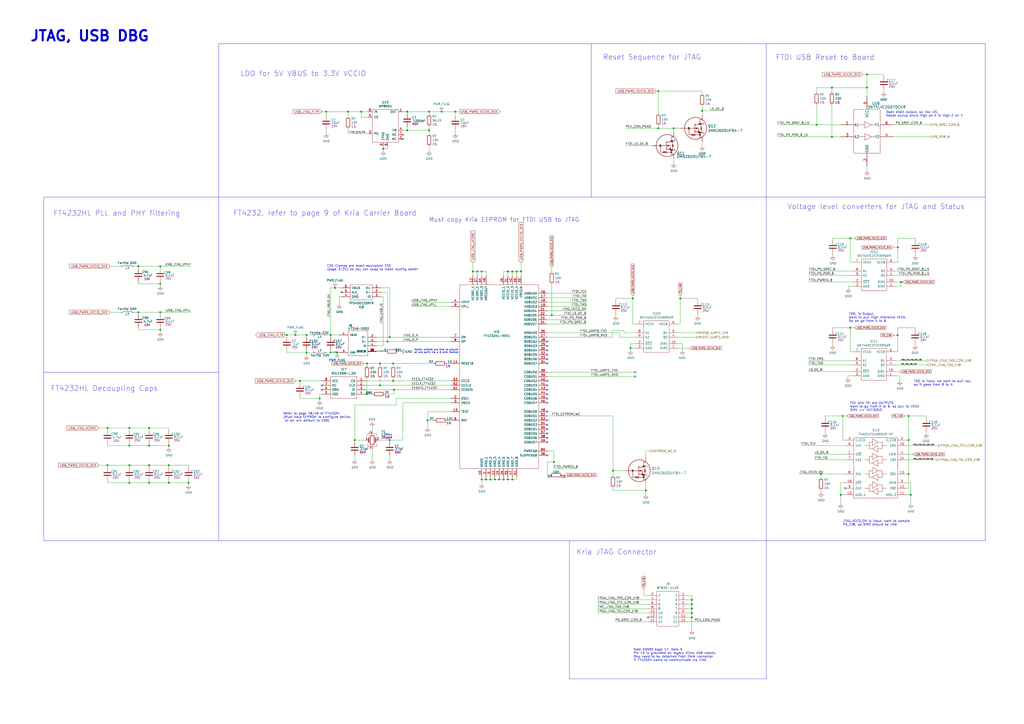
<source format=kicad_sch>
(kicad_sch (version 20230121) (generator eeschema)
  (paper "A2")
  (title_block (title "Top Sheet") (date "2023-12-21") (rev "1.00") (company "ApotheoTech LLC") (comment 1 "SCH: APT-KRIA-FMC") (comment 2 "Author: Chance Reimer"))
  (junction (at 224.79 198.12))
  (junction (at 297.18 278.13))
  (junction (at 527.05 274.955))
  (junction (at 228.092 210.82))
  (junction (at 493.268 138.176))
  (junction (at 289.56 278.13))
  (junction (at 201.93 64.77))
  (junction (at 299.72 157.48))
  (junction (at 80.264 181.102))
  (junction (at 86.487 269.875))
  (junction (at 177.8 204.47))
  (junction (at 493.141 190.119))
  (junction (at 294.64 278.13))
  (junction (at 365.76 201.93))
  (junction (at 92.964 154.432))
  (junction (at 236.22 64.77))
  (junction (at 220.472 223.52))
  (junction (at 355.6 273.05))
  (junction (at 92.964 191.262))
  (junction (at 228.092 220.98))
  (junction (at 401.32 347.98))
  (junction (at 212.852 228.6))
  (junction (at 520.827 143.51))
  (junction (at 62.357 248.285))
  (junction (at 248.92 75.565))
  (junction (at 97.917 280.035))
  (junction (at 502.92 50.8))
  (junction (at 527.05 255.27))
  (junction (at 195.58 204.47))
  (junction (at 281.94 278.13))
  (junction (at 92.964 164.592))
  (junction (at 80.264 154.432))
  (junction (at 528.32 287.02))
  (junction (at 401.32 350.52))
  (junction (at 228.6 226.06))
  (junction (at 527.05 241.3))
  (junction (at 109.347 280.035))
  (junction (at 522.605 163.576))
  (junction (at 292.1 278.13))
  (junction (at 205.74 255.27))
  (junction (at 166.37 194.31))
  (junction (at 321.31 267.97))
  (junction (at 75.057 280.035))
  (junction (at 401.32 358.14))
  (junction (at 482.6 79.375))
  (junction (at 407.289 64.262))
  (junction (at 194.31 167.005))
  (junction (at 92.964 181.102))
  (junction (at 189.23 64.77))
  (junction (at 220.472 210.82))
  (junction (at 75.057 258.445))
  (junction (at 320.04 182.88))
  (junction (at 274.32 157.48))
  (junction (at 86.487 280.035))
  (junction (at 177.8 194.31))
  (junction (at 212.852 210.82))
  (junction (at 75.057 248.285))
  (junction (at 287.02 278.13))
  (junction (at 226.06 195.58))
  (junction (at 487.68 287.02))
  (junction (at 86.487 258.445))
  (junction (at 185.42 231.14))
  (junction (at 502.92 43.18))
  (junction (at 236.22 75.565))
  (junction (at 297.18 157.48))
  (junction (at 488.823 241.3))
  (junction (at 209.55 64.77))
  (junction (at 279.4 157.48))
  (junction (at 284.48 278.13))
  (junction (at 226.06 255.27))
  (junction (at 97.917 269.875))
  (junction (at 401.32 353.06))
  (junction (at 86.487 248.285))
  (junction (at 302.26 157.48))
  (junction (at 294.64 157.48))
  (junction (at 367.03 173.101))
  (junction (at 394.589 173.101))
  (junction (at 381.889 74.422))
  (junction (at 374.65 284.48))
  (junction (at 390.779 74.422))
  (junction (at 276.86 157.48))
  (junction (at 173.99 220.98))
  (junction (at 482.6 50.8))
  (junction (at 191.77 194.31))
  (junction (at 62.357 269.875))
  (junction (at 401.32 355.6))
  (junction (at 171.323 194.31))
  (junction (at 75.057 269.875))
  (junction (at 279.4 278.13))
  (junction (at 473.71 72.39))
  (junction (at 476.25 274.955))
  (junction (at 248.031 243.84))
  (junction (at 381.889 52.832))
  (junction (at 264.16 64.77))
  (junction (at 520.7 194.437))
  (junction (at 222.25 86.36))
  (junction (at 191.77 204.47))
  (junction (at 256.159 64.77))
  (junction (at 248.92 64.77))
  (junction (at 97.917 258.445))
  (no_connect (at 317.5 228.6))
  (no_connect (at 317.5 200.66))
  (no_connect (at 317.5 264.16))
  (no_connect (at 186.69 226.06))
  (no_connect (at 317.5 226.06))
  (no_connect (at 317.5 208.28))
  (no_connect (at 317.5 246.38))
  (no_connect (at 317.5 231.14))
  (no_connect (at 317.5 238.76))
  (no_connect (at 317.5 210.82))
  (no_connect (at 317.5 233.68))
  (no_connect (at 368.427 215.9))
  (no_connect (at 317.5 254))
  (no_connect (at 317.5 220.98))
  (no_connect (at 317.5 223.52))
  (no_connect (at 375.92 358.14))
  (no_connect (at 317.5 256.54))
  (no_connect (at 317.5 243.84))
  (no_connect (at 317.5 251.46))
  (no_connect (at 368.427 218.44))
  (no_connect (at 317.5 198.12))
  (no_connect (at 317.5 203.2))
  (no_connect (at 317.5 205.74))
  (no_connect (at 317.5 248.92))
  (no_connect (at 490.22 283.21))
  (wire (pts (xy 62.357 271.145) (xy 62.357 269.875)))
  (wire (pts (xy 213.36 77.47) (xy 201.93 77.47)))
  (wire (pts (xy 346.71 347.98) (xy 375.92 347.98)))
  (wire (pts (xy 464.693 258.445) (xy 490.22 258.445)))
  (wire (pts (xy 317.5 215.9) (xy 368.427 215.9)))
  (wire (pts (xy 80.264 191.262) (xy 80.264 189.992)))
  (wire (pts (xy 491.871 218.059) (xy 494.538 218.059)))
  (wire (pts (xy 317.5 177.8) (xy 340.36 177.8)))
  (wire (pts (xy 473.71 60.96) (xy 473.71 72.39)))
  (wire (pts (xy 212.852 210.82) (xy 210.82 210.82)))
  (wire (pts (xy 75.057 280.035) (xy 75.057 278.765)))
  (wire (pts (xy 222.25 86.36) (xy 222.25 85.09)))
  (wire (pts (xy 248.92 75.565) (xy 248.92 77.47)))
  (wire (pts (xy 487.68 287.02) (xy 490.22 287.02)))
  (wire (pts (xy 494.665 159.766) (xy 469.138 159.766)))
  (wire (pts (xy 521.97 218.059) (xy 521.97 220.98)))
  (wire (pts (xy 205.74 264.16) (xy 205.74 266.7)))
  (wire (pts (xy 355.6 273.05) (xy 361.95 273.05)))
  (wire (pts (xy 519.303 215.519) (xy 521.97 215.519)))
  (wire (pts (xy 86.487 258.445) (xy 86.487 257.175)))
  (wire (pts (xy 494.538 209.169) (xy 469.011 209.169)))
  (wire (pts (xy 226.06 264.16) (xy 226.06 266.7)))
  (wire (pts (xy 299.72 157.48) (xy 299.72 160.02)))
  (wire (pts (xy 520.827 138.176) (xy 520.827 143.51)))
  (wire (pts (xy 525.78 263.525) (xy 529.59 263.525)))
  (wire (pts (xy 494.665 163.576) (xy 469.138 163.576)))
  (wire (pts (xy 97.917 280.035) (xy 109.347 280.035)))
  (wire (pts (xy 519.43 163.576) (xy 522.605 163.576)))
  (wire (pts (xy 401.32 350.52) (xy 401.32 353.06)))
  (wire (pts (xy 520.7 194.437) (xy 518.16 194.437)))
  (wire (pts (xy 292.1 278.13) (xy 294.64 278.13)))
  (wire (pts (xy 317.5 175.26) (xy 340.36 175.26)))
  (wire (pts (xy 223.52 228.6) (xy 228.6 228.6)))
  (wire (pts (xy 228.092 210.82) (xy 251.46 210.82)))
  (wire (pts (xy 57.277 269.875) (xy 62.357 269.875)))
  (wire (pts (xy 189.23 74.93) (xy 189.23 77.47)))
  (wire (pts (xy 401.32 353.06) (xy 401.32 355.6)))
  (wire (pts (xy 487.68 280.035) (xy 487.68 287.02)))
  (wire (pts (xy 233.68 64.77) (xy 236.22 64.77)))
  (wire (pts (xy 522.605 166.116) (xy 519.43 166.116)))
  (wire (pts (xy 368.427 187.96) (xy 367.03 187.96)))
  (wire (pts (xy 357.251 183.261) (xy 357.251 181.991)))
  (wire (pts (xy 281.94 278.13) (xy 284.48 278.13)))
  (wire (pts (xy 302.26 157.48) (xy 302.26 152.4)))
  (wire (pts (xy 191.77 195.58) (xy 191.77 194.31)))
  (wire (pts (xy 530.86 199.009) (xy 530.86 200.279)))
  (wire (pts (xy 279.4 278.13) (xy 281.94 278.13)))
  (wire (pts (xy 92.964 164.592) (xy 80.264 164.592)))
  (wire (pts (xy 236.22 75.565) (xy 248.92 75.565)))
  (wire (pts (xy 196.85 172.085) (xy 196.85 176.53)))
  (wire (pts (xy 185.42 228.6) (xy 185.42 231.14)))
  (wire (pts (xy 189.23 64.77) (xy 186.69 64.77)))
  (wire (pts (xy 525.78 255.27) (xy 527.05 255.27)))
  (wire (pts (xy 528.32 280.035) (xy 525.78 280.035)))
  (wire (pts (xy 520.7 190.119) (xy 520.7 194.437)))
  (wire (pts (xy 181.61 204.47) (xy 177.8 204.47)))
  (wire (pts (xy 519.303 209.169) (xy 537.718 209.169)))
  (wire (pts (xy 374.65 265.43) (xy 374.65 261.62)))
  (wire (pts (xy 394.589 173.101) (xy 404.749 173.101)))
  (wire (pts (xy 173.99 231.14) (xy 185.42 231.14)))
  (wire (pts (xy 519.43 159.766) (xy 539.115 159.766)))
  (wire (pts (xy 224.79 85.09) (xy 224.79 86.36)))
  (wire (pts (xy 205.74 255.27) (xy 205.74 256.54)))
  (wire (pts (xy 248.031 243.84) (xy 248.031 238.76)))
  (wire (pts (xy 359.41 193.04) (xy 359.41 195.58)))
  (wire (pts (xy 482.981 199.009) (xy 482.981 200.279)))
  (wire (pts (xy 86.487 248.285) (xy 86.487 249.555)))
  (wire (pts (xy 205.74 255.27) (xy 205.74 234.95)))
  (wire (pts (xy 357.251 173.101) (xy 367.03 173.101)))
  (wire (pts (xy 284.48 278.13) (xy 284.48 276.86)))
  (wire (pts (xy 62.357 249.555) (xy 62.357 248.285)))
  (wire (pts (xy 248.031 243.84) (xy 248.031 248.031)))
  (wire (pts (xy 302.26 157.48) (xy 302.26 160.02)))
  (wire (pts (xy 92.964 189.992) (xy 92.964 191.262)))
  (wire (pts (xy 368.427 199.39) (xy 365.76 199.39)))
  (wire (pts (xy 407.289 82.042) (xy 407.289 84.709)))
  (polyline (pts (xy 25.4 313.69) (xy 571.5 313.69)))
  (wire (pts (xy 512.699 53.34) (xy 512.699 52.07)))
  (wire (pts (xy 173.99 220.98) (xy 186.69 220.98)))
  (wire (pts (xy 220.472 219.71) (xy 220.472 223.52)))
  (wire (pts (xy 478.663 241.3) (xy 478.663 242.57)))
  (wire (pts (xy 317.246 180.34) (xy 340.106 180.34)))
  (wire (pts (xy 62.357 269.875) (xy 75.057 269.875)))
  (wire (pts (xy 502.92 96.52) (xy 502.92 99.06)))
  (wire (pts (xy 212.09 220.98) (xy 228.092 220.98)))
  (wire (pts (xy 355.6 284.48) (xy 374.65 284.48)))
  (wire (pts (xy 166.37 194.31) (xy 166.37 195.58)))
  (wire (pts (xy 482.6 79.375) (xy 482.6 60.96)))
  (wire (pts (xy 109.347 269.875) (xy 109.347 271.145)))
  (wire (pts (xy 294.64 157.48) (xy 294.64 160.02)))
  (wire (pts (xy 401.32 355.6) (xy 401.32 358.14)))
  (wire (pts (xy 491.871 219.329) (xy 491.871 218.059)))
  (wire (pts (xy 281.94 278.13) (xy 281.94 276.86)))
  (wire (pts (xy 213.36 64.77) (xy 209.55 64.77)))
  (wire (pts (xy 365.76 199.39) (xy 365.76 201.93)))
  (wire (pts (xy 97.917 248.285) (xy 97.917 249.555)))
  (wire (pts (xy 228.092 219.71) (xy 228.092 220.98)))
  (wire (pts (xy 476.25 284.48) (xy 476.25 285.75)))
  (wire (pts (xy 490.22 266.7) (xy 472.44 266.7)))
  (wire (pts (xy 191.77 194.31) (xy 191.77 167.005)))
  (wire (pts (xy 166.37 194.31) (xy 165.1 194.31)))
  (wire (pts (xy 394.589 173.101) (xy 394.589 187.96)))
  (wire (pts (xy 220.472 223.52) (xy 261.62 223.52)))
  (wire (pts (xy 401.32 347.98) (xy 401.32 350.52)))
  (wire (pts (xy 281.94 157.48) (xy 279.4 157.48)))
  (wire (pts (xy 502.92 50.8) (xy 502.92 55.88)))
  (polyline (pts (xy 126.873 25.4) (xy 126.873 313.69)))
  (wire (pts (xy 80.264 164.592) (xy 80.264 163.322)))
  (wire (pts (xy 530.987 147.066) (xy 530.987 148.336)))
  (wire (pts (xy 294.64 278.13) (xy 297.18 278.13)))
  (wire (pts (xy 177.8 195.58) (xy 177.8 194.31)))
  (wire (pts (xy 317.5 195.58) (xy 355.219 195.58)))
  (wire (pts (xy 292.1 278.13) (xy 292.1 276.86)))
  (wire (pts (xy 248.92 66.04) (xy 248.92 64.77)))
  (wire (pts (xy 279.4 276.86) (xy 279.4 278.13)))
  (wire (pts (xy 390.779 74.422) (xy 394.589 74.422)))
  (wire (pts (xy 381.889 52.832) (xy 407.289 52.832)))
  (wire (pts (xy 317.5 241.3) (xy 355.6 241.3)))
  (wire (pts (xy 261.62 175.26) (xy 238.76 175.26)))
  (wire (pts (xy 297.18 278.13) (xy 299.72 278.13)))
  (wire (pts (xy 259.461 243.84) (xy 261.62 243.84)))
  (wire (pts (xy 494.538 215.519) (xy 469.011 215.519)))
  (wire (pts (xy 525.78 258.445) (xy 544.195 258.445)))
  (wire (pts (xy 75.057 269.875) (xy 86.487 269.875)))
  (wire (pts (xy 261.62 177.8) (xy 238.76 177.8)))
  (polyline (pts (xy 343.027 25.4) (xy 343.027 114.3)))
  (wire (pts (xy 209.55 64.77) (xy 209.55 67.945)))
  (wire (pts (xy 519.303 218.059) (xy 521.97 218.059)))
  (wire (pts (xy 92.964 181.102) (xy 92.964 182.372)))
  (wire (pts (xy 186.69 228.6) (xy 185.42 228.6)))
  (wire (pts (xy 166.37 203.2) (xy 166.37 204.47)))
  (wire (pts (xy 390.779 92.075) (xy 390.779 94.742)))
  (wire (pts (xy 185.42 231.14) (xy 185.42 232.41)))
  (wire (pts (xy 490.22 263.525) (xy 472.44 263.525)))
  (wire (pts (xy 201.93 67.31) (xy 201.93 64.77)))
  (wire (pts (xy 75.057 258.445) (xy 62.357 258.445)))
  (wire (pts (xy 62.357 280.035) (xy 75.057 280.035)))
  (wire (pts (xy 321.31 267.97) (xy 317.5 267.97)))
  (wire (pts (xy 483.108 138.176) (xy 483.108 139.446)))
  (wire (pts (xy 292.1 160.02) (xy 292.1 157.48)))
  (wire (pts (xy 191.77 167.005) (xy 194.31 167.005)))
  (wire (pts (xy 512.699 44.45) (xy 512.699 43.18)))
  (wire (pts (xy 491.998 166.116) (xy 494.665 166.116)))
  (wire (pts (xy 259.08 210.82) (xy 261.62 210.82)))
  (wire (pts (xy 171.323 194.31) (xy 177.8 194.31)))
  (wire (pts (xy 173.99 229.87) (xy 173.99 231.14)))
  (wire (pts (xy 218.44 200.66) (xy 222.25 200.66)))
  (wire (pts (xy 77.724 154.432) (xy 80.264 154.432)))
  (wire (pts (xy 469.011 211.709) (xy 494.538 211.709)))
  (wire (pts (xy 404.749 181.991) (xy 404.749 183.261)))
  (wire (pts (xy 476.25 274.955) (xy 476.25 276.86)))
  (wire (pts (xy 228.092 220.98) (xy 261.62 220.98)))
  (wire (pts (xy 361.95 193.04) (xy 368.427 193.04)))
  (wire (pts (xy 166.37 194.31) (xy 171.323 194.31)))
  (wire (pts (xy 375.92 360.68) (xy 356.87 360.68)))
  (wire (pts (xy 482.981 190.119) (xy 482.981 191.389)))
  (wire (pts (xy 317.5 275.59) (xy 318.77 275.59)))
  (wire (pts (xy 407.289 64.262) (xy 419.989 64.262)))
  (wire (pts (xy 355.6 241.3) (xy 355.6 273.05)))
  (wire (pts (xy 86.487 280.035) (xy 86.487 278.765)))
  (wire (pts (xy 355.219 191.77) (xy 361.95 191.77)))
  (wire (pts (xy 80.264 181.102) (xy 92.964 181.102)))
  (wire (pts (xy 264.16 64.77) (xy 266.7 64.77)))
  (wire (pts (xy 317.246 187.96) (xy 340.106 187.96)))
  (wire (pts (xy 224.79 169.545) (xy 220.98 169.545)))
  (wire (pts (xy 374.65 284.48) (xy 374.65 287.02)))
  (wire (pts (xy 97.917 280.035) (xy 97.917 278.765)))
  (wire (pts (xy 109.347 280.035) (xy 109.347 281.305)))
  (wire (pts (xy 236.22 64.77) (xy 248.92 64.77)))
  (wire (pts (xy 362.839 84.455) (xy 378.079 84.455)))
  (wire (pts (xy 287.02 278.13) (xy 289.56 278.13)))
  (wire (pts (xy 520.7 190.119) (xy 530.86 190.119)))
  (wire (pts (xy 374.65 280.67) (xy 374.65 284.48)))
  (wire (pts (xy 528.32 287.02) (xy 528.32 292.227)))
  (wire (pts (xy 299.72 157.48) (xy 302.26 157.48)))
  (wire (pts (xy 491.998 167.386) (xy 491.998 166.116)))
  (wire (pts (xy 92.964 191.262) (xy 80.264 191.262)))
  (wire (pts (xy 299.72 278.13) (xy 299.72 276.86)))
  (wire (pts (xy 355.6 275.59) (xy 355.6 273.05)))
  (wire (pts (xy 393.192 201.93) (xy 400.177 201.93)))
  (wire (pts (xy 75.057 248.285) (xy 86.487 248.285)))
  (wire (pts (xy 519.303 211.709) (xy 537.718 211.709)))
  (wire (pts (xy 478.663 250.19) (xy 478.663 251.46)))
  (wire (pts (xy 229.87 234.95) (xy 229.87 231.14)))
  (wire (pts (xy 527.05 274.955) (xy 525.78 274.955)))
  (wire (pts (xy 274.32 157.48) (xy 274.32 160.02)))
  (wire (pts (xy 493.141 190.119) (xy 493.141 204.089)))
  (wire (pts (xy 201.93 77.47) (xy 201.93 74.93)))
  (wire (pts (xy 512.699 43.18) (xy 502.92 43.18)))
  (wire (pts (xy 482.6 50.8) (xy 482.6 53.34)))
  (wire (pts (xy 97.917 258.445) (xy 86.487 258.445)))
  (wire (pts (xy 482.6 50.8) (xy 473.71 50.8)))
  (wire (pts (xy 75.057 269.875) (xy 75.057 271.145)))
  (wire (pts (xy 297.18 157.48) (xy 299.72 157.48)))
  (wire (pts (xy 494.665 157.226) (xy 469.138 157.226)))
  (wire (pts (xy 70.104 181.102) (xy 63.754 181.102)))
  (wire (pts (xy 401.32 355.6) (xy 398.78 355.6)))
  (wire (pts (xy 201.93 64.77) (xy 189.23 64.77)))
  (polyline (pts (xy 25.4 114.3) (xy 571.5 114.3)))
  (wire (pts (xy 86.487 248.285) (xy 97.917 248.285)))
  (wire (pts (xy 401.32 358.14) (xy 401.32 365.76)))
  (wire (pts (xy 365.76 203.2) (xy 365.76 201.93)))
  (wire (pts (xy 317.5 172.72) (xy 340.36 172.72)))
  (wire (pts (xy 205.74 234.95) (xy 229.87 234.95)))
  (wire (pts (xy 75.057 257.175) (xy 75.057 258.445)))
  (wire (pts (xy 212.852 210.82) (xy 212.852 212.09)))
  (wire (pts (xy 196.85 204.47) (xy 195.58 204.47)))
  (wire (pts (xy 493.268 138.176) (xy 483.108 138.176)))
  (wire (pts (xy 228.6 226.06) (xy 261.62 226.06)))
  (wire (pts (xy 518.16 72.39) (xy 539.75 72.39)))
  (wire (pts (xy 191.77 203.2) (xy 191.77 204.47)))
  (wire (pts (xy 289.56 278.13) (xy 289.56 276.86)))
  (wire (pts (xy 522.605 163.576) (xy 523.875 163.576)))
  (wire (pts (xy 297.18 278.13) (xy 297.18 276.86)))
  (wire (pts (xy 251.841 243.84) (xy 248.031 243.84)))
  (wire (pts (xy 488.823 241.3) (xy 491.363 241.3)))
  (wire (pts (xy 395.859 199.39) (xy 395.859 203.2)))
  (wire (pts (xy 401.32 347.98) (xy 398.78 347.98)))
  (wire (pts (xy 189.23 194.31) (xy 191.77 194.31)))
  (wire (pts (xy 226.06 255.27) (xy 226.06 256.54)))
  (wire (pts (xy 381.889 74.422) (xy 362.839 74.422)))
  (wire (pts (xy 527.05 241.3) (xy 537.337 241.3)))
  (wire (pts (xy 357.251 174.371) (xy 357.251 173.101)))
  (wire (pts (xy 321.31 261.62) (xy 321.31 267.97)))
  (wire (pts (xy 317.5 218.44) (xy 368.427 218.44)))
  (wire (pts (xy 502.92 43.18) (xy 502.92 50.8)))
  (wire (pts (xy 404.749 173.101) (xy 404.749 174.371)))
  (wire (pts (xy 62.357 278.765) (xy 62.357 280.035)))
  (wire (pts (xy 365.76 201.93) (xy 368.427 201.93)))
  (wire (pts (xy 233.68 255.27) (xy 226.06 255.27)))
  (wire (pts (xy 490.22 255.27) (xy 488.823 255.27)))
  (wire (pts (xy 228.6 228.6) (xy 228.6 226.06)))
  (wire (pts (xy 375.92 345.44) (xy 373.38 345.44)))
  (wire (pts (xy 476.25 274.955) (xy 490.22 274.955)))
  (wire (pts (xy 248.031 238.76) (xy 261.62 238.76)))
  (polyline (pts (xy 330.327 393.827) (xy 330.327 313.69)))
  (wire (pts (xy 395.859 199.39) (xy 393.192 199.39)))
  (wire (pts (xy 281.94 160.02) (xy 281.94 157.48)))
  (wire (pts (xy 189.23 67.31) (xy 189.23 64.77)))
  (wire (pts (xy 401.32 358.14) (xy 398.78 358.14)))
  (wire (pts (xy 463.55 274.955) (xy 476.25 274.955)))
  (wire (pts (xy 473.71 50.8) (xy 473.71 53.34)))
  (polyline (pts (xy 444.5 25.4) (xy 444.5 393.827)))
  (wire (pts (xy 264.16 67.31) (xy 264.16 64.77)))
  (wire (pts (xy 86.487 269.875) (xy 86.487 271.145)))
  (wire (pts (xy 86.487 269.875) (xy 97.917 269.875)))
  (wire (pts (xy 367.03 173.101) (xy 367.03 187.96)))
  (wire (pts (xy 212.852 219.71) (xy 212.852 228.6)))
  (wire (pts (xy 166.37 204.47) (xy 177.8 204.47)))
  (wire (pts (xy 218.44 203.835) (xy 223.52 203.835)))
  (wire (pts (xy 256.159 64.77) (xy 264.16 64.77)))
  (wire (pts (xy 177.8 203.2) (xy 177.8 204.47)))
  (wire (pts (xy 401.32 345.44) (xy 401.32 347.98)))
  (wire (pts (xy 317.5 193.04) (xy 359.41 193.04)))
  (wire (pts (xy 173.99 222.25) (xy 173.99 220.98)))
  (wire (pts (xy 320.04 165.1) (xy 320.04 182.88)))
  (polyline (pts (xy 25.4 215.9) (xy 126.873 215.9)))
  (wire (pts (xy 261.62 233.68) (xy 233.68 233.68)))
  (wire (pts (xy 502.92 50.8) (xy 482.6 50.8)))
  (wire (pts (xy 294.64 157.48) (xy 297.18 157.48)))
  (wire (pts (xy 248.92 64.77) (xy 256.159 64.77)))
  (wire (pts (xy 487.68 287.02) (xy 487.68 292.227)))
  (wire (pts (xy 321.31 267.97) (xy 321.31 271.78)))
  (wire (pts (xy 317.5 267.97) (xy 317.5 275.59)))
  (wire (pts (xy 212.852 228.6) (xy 215.9 228.6)))
  (wire (pts (xy 209.55 64.77) (xy 201.93 64.77)))
  (wire (pts (xy 525.78 266.7) (xy 543.56 266.7)))
  (wire (pts (xy 236.22 73.66) (xy 236.22 75.565)))
  (wire (pts (xy 346.71 353.06) (xy 375.92 353.06)))
  (wire (pts (xy 287.02 278.13) (xy 287.02 276.86)))
  (wire (pts (xy 177.8 194.31) (xy 181.61 194.31)))
  (wire (pts (xy 219.71 255.27) (xy 226.06 255.27)))
  (wire (pts (xy 519.43 157.226) (xy 539.115 157.226)))
  (wire (pts (xy 317.246 185.42) (xy 340.106 185.42)))
  (wire (pts (xy 294.64 278.13) (xy 294.64 276.86)))
  (wire (pts (xy 92.964 154.432) (xy 92.964 155.702)))
  (wire (pts (xy 220.98 167.005) (xy 226.06 167.005)))
  (wire (pts (xy 520.827 143.51) (xy 520.827 152.146)))
  (wire (pts (xy 401.32 350.52) (xy 398.78 350.52)))
  (wire (pts (xy 393.192 187.96) (xy 394.589 187.96)))
  (wire (pts (xy 233.68 233.68) (xy 233.68 255.27)))
  (wire (pts (xy 320.04 157.48) (xy 320.04 154.94)))
  (wire (pts (xy 80.264 182.372) (xy 80.264 181.102)))
  (wire (pts (xy 487.68 79.375) (xy 482.6 79.375)))
  (wire (pts (xy 236.22 66.04) (xy 236.22 64.77)))
  (wire (pts (xy 320.04 182.88) (xy 340.106 182.88)))
  (wire (pts (xy 346.71 355.6) (xy 375.92 355.6)))
  (wire (pts (xy 490.22 280.035) (xy 487.68 280.035)))
  (wire (pts (xy 527.05 283.21) (xy 527.05 274.955)))
  (wire (pts (xy 487.68 72.39) (xy 473.71 72.39)))
  (wire (pts (xy 222.25 87.63) (xy 222.25 86.36)))
  (wire (pts (xy 276.86 157.48) (xy 274.32 157.48)))
  (wire (pts (xy 92.964 154.432) (xy 110.744 154.432)))
  (wire (pts (xy 407.289 64.262) (xy 407.289 61.722)))
  (wire (pts (xy 215.9 260.35) (xy 215.9 266.7)))
  (wire (pts (xy 530.86 190.119) (xy 530.86 191.389)))
  (wire (pts (xy 530.987 138.176) (xy 530.987 139.446)))
  (wire (pts (xy 248.92 85.09) (xy 248.92 87.63)))
  (wire (pts (xy 224.79 198.12) (xy 224.79 169.545)))
  (wire (pts (xy 177.8 204.47) (xy 177.8 206.375)))
  (wire (pts (xy 326.39 275.59) (xy 327.66 275.59)))
  (wire (pts (xy 374.65 261.62) (xy 377.19 261.62)))
  (wire (pts (xy 228.092 210.82) (xy 228.092 212.09)))
  (polyline (pts (xy 330.327 393.827) (xy 444.5 393.827)))
  (wire (pts (xy 212.09 226.06) (xy 228.6 226.06)))
  (wire (pts (xy 394.589 173.101) (xy 394.589 171.45)))
  (wire (pts (xy 97.917 257.175) (xy 97.917 258.445)))
  (wire (pts (xy 355.219 195.58) (xy 355.219 191.77)))
  (wire (pts (xy 232.41 203.835) (xy 231.14 203.835)))
  (wire (pts (xy 220.472 210.82) (xy 220.472 212.09)))
  (wire (pts (xy 494.665 152.146) (xy 493.268 152.146)))
  (wire (pts (xy 92.964 191.262) (xy 92.964 192.532)))
  (wire (pts (xy 224.79 86.36) (xy 222.25 86.36)))
  (wire (pts (xy 390.779 76.835) (xy 390.779 74.422)))
  (wire (pts (xy 527.05 274.955) (xy 527.05 255.27)))
  (wire (pts (xy 189.23 204.47) (xy 191.77 204.47)))
  (wire (pts (xy 92.964 164.592) (xy 92.964 165.862)))
  (wire (pts (xy 80.264 155.702) (xy 80.264 154.432)))
  (wire (pts (xy 97.917 269.875) (xy 97.917 271.145)))
  (wire (pts (xy 284.48 278.13) (xy 287.02 278.13)))
  (wire (pts (xy 222.25 200.66) (xy 222.25 172.085)))
  (wire (pts (xy 228.092 210.82) (xy 220.472 210.82)))
  (wire (pts (xy 493.268 138.176) (xy 495.808 138.176)))
  (wire (pts (xy 537.337 250.19) (xy 537.337 251.46)))
  (wire (pts (xy 398.78 345.44) (xy 401.32 345.44)))
  (wire (pts (xy 518.16 143.51) (xy 520.827 143.51)))
  (wire (pts (xy 494.538 204.089) (xy 493.141 204.089)))
  (wire (pts (xy 212.09 223.52) (xy 220.472 223.52)))
  (wire (pts (xy 77.724 181.102) (xy 80.264 181.102)))
  (wire (pts (xy 528.32 280.035) (xy 528.32 287.02)))
  (wire (pts (xy 488.823 241.3) (xy 478.663 241.3)))
  (wire (pts (xy 321.31 271.78) (xy 335.28 271.78)))
  (wire (pts (xy 482.6 79.375) (xy 450.85 79.375)))
  (wire (pts (xy 493.268 138.176) (xy 493.268 152.146)))
  (wire (pts (xy 527.05 255.27) (xy 527.05 241.3)))
  (wire (pts (xy 393.192 195.58) (xy 403.86 195.58)))
  (wire (pts (xy 233.68 75.565) (xy 236.22 75.565)))
  (wire (pts (xy 86.487 258.445) (xy 75.057 258.445)))
  (polyline (pts (xy 25.4 114.3) (xy 25.4 313.69)))
  (wire (pts (xy 276.86 157.48) (xy 276.86 160.02)))
  (wire (pts (xy 212.09 228.6) (xy 212.852 228.6)))
  (wire (pts (xy 525.78 283.21) (xy 527.05 283.21)))
  (wire (pts (xy 194.31 167.005) (xy 198.12 167.005)))
  (wire (pts (xy 524.637 241.3) (xy 527.05 241.3)))
  (wire (pts (xy 226.06 195.58) (xy 261.62 195.58)))
  (wire (pts (xy 264.16 74.93) (xy 264.16 77.47)))
  (wire (pts (xy 212.09 255.27) (xy 205.74 255.27)))
  (wire (pts (xy 381.889 74.422) (xy 381.889 73.152)))
  (wire (pts (xy 279.4 278.13) (xy 279.4 280.67)))
  (wire (pts (xy 450.85 72.39) (xy 473.71 72.39)))
  (polyline (pts (xy 571.5 25.4) (xy 571.5 313.69)))
  (wire (pts (xy 317.246 182.88) (xy 320.04 182.88)))
  (wire (pts (xy 220.472 210.82) (xy 212.852 210.82)))
  (wire (pts (xy 226.06 167.005) (xy 226.06 195.58)))
  (wire (pts (xy 361.95 191.77) (xy 361.95 193.04)))
  (wire (pts (xy 346.71 350.52) (xy 375.92 350.52)))
  (wire (pts (xy 493.141 190.119) (xy 495.681 190.119)))
  (wire (pts (xy 220.98 172.085) (xy 222.25 172.085)))
  (wire (pts (xy 92.964 181.102) (xy 110.744 181.102)))
  (wire (pts (xy 213.36 67.945) (xy 209.55 67.945)))
  (wire (pts (xy 109.347 280.035) (xy 109.347 278.765)))
  (wire (pts (xy 289.56 278.13) (xy 292.1 278.13)))
  (wire (pts (xy 171.45 220.98) (xy 173.99 220.98)))
  (wire (pts (xy 279.4 157.48) (xy 279.4 160.02)))
  (wire (pts (xy 519.303 204.089) (xy 520.7 204.089)))
  (wire (pts (xy 493.141 190.119) (xy 482.981 190.119)))
  (wire (pts (xy 224.79 198.12) (xy 261.62 198.12)))
  (wire (pts (xy 80.264 154.432) (xy 92.964 154.432)))
  (wire (pts (xy 520.7 194.437) (xy 520.7 204.089)))
  (wire (pts (xy 518.16 79.375) (xy 539.75 79.375)))
  (wire (pts (xy 70.104 154.432) (xy 63.754 154.432)))
  (wire (pts (xy 62.357 248.285) (xy 57.277 248.285)))
  (wire (pts (xy 488.823 241.3) (xy 488.823 255.27)))
  (wire (pts (xy 62.357 258.445) (xy 62.357 257.175)))
  (wire (pts (xy 92.964 163.322) (xy 92.964 164.592)))
  (wire (pts (xy 381.889 52.832) (xy 380.619 52.832)))
  (wire (pts (xy 381.889 52.832) (xy 381.889 65.532)))
  (wire (pts (xy 522.605 163.576) (xy 522.605 166.116)))
  (wire (pts (xy 401.32 353.06) (xy 398.78 353.06)))
  (wire (pts (xy 359.41 195.58) (xy 368.427 195.58)))
  (wire (pts (xy 317.5 170.18) (xy 340.36 170.18)))
  (wire (pts (xy 191.77 194.31) (xy 196.85 194.31)))
  (wire (pts (xy 292.1 157.48) (xy 294.64 157.48)))
  (wire (pts (xy 97.917 269.875) (xy 109.347 269.875)))
  (wire (pts (xy 274.32 157.48) (xy 274.32 152.4)))
  (wire (pts (xy 373.38 345.44) (xy 373.38 341.63)))
  (wire (pts (xy 195.58 204.47) (xy 191.77 204.47)))
  (wire (pts (xy 279.4 157.48) (xy 276.86 157.48)))
  (wire (pts (xy 248.92 75.565) (xy 248.92 73.66)))
  (wire (pts (xy 528.32 287.02) (xy 525.78 287.02)))
  (wire (pts (xy 483.108 147.066) (xy 483.108 148.336)))
  (wire (pts (xy 75.057 248.285) (xy 75.057 249.555)))
  (wire (pts (xy 229.87 231.14) (xy 261.62 231.14)))
  (wire (pts (xy 520.827 138.176) (xy 530.987 138.176)))
  (wire (pts (xy 215.9 250.19) (xy 215.9 247.65)))
  (wire (pts (xy 317.5 261.62) (xy 321.31 261.62)))
  (wire (pts (xy 398.78 360.68) (xy 417.83 360.68)))
  (wire (pts (xy 407.289 52.832) (xy 407.289 54.102)))
  (wire (pts (xy 218.44 198.12) (xy 224.79 198.12)))
  (wire (pts (xy 62.357 248.285) (xy 75.057 248.285)))
  (polyline (pts (xy 126.873 25.4) (xy 571.5 25.4)))
  (wire (pts (xy 75.057 280.035) (xy 86.487 280.035)))
  (wire (pts (xy 393.192 193.04) (xy 403.86 193.04)))
  (wire (pts (xy 367.03 171.45) (xy 367.03 173.101)))
  (wire (pts (xy 218.44 195.58) (xy 226.06 195.58)))
  (wire (pts (xy 97.917 258.445) (xy 97.917 259.715)))
  (wire (pts (xy 407.289 66.802) (xy 407.289 64.262)))
  (wire (pts (xy 502.92 43.18) (xy 500.38 43.18)))
  (wire (pts (xy 537.337 241.3) (xy 537.337 242.57)))
  (wire (pts (xy 297.18 157.48) (xy 297.18 160.02)))
  (wire (pts (xy 355.6 284.48) (xy 355.6 283.21)))
  (wire (pts (xy 198.12 172.085) (xy 196.85 172.085)))
  (wire (pts (xy 519.43 152.146) (xy 520.827 152.146)))
  (wire (pts (xy 86.487 280.035) (xy 97.917 280.035)))
  (wire (pts (xy 390.779 74.422) (xy 381.889 74.422)))
  (text "Must copy Kria EEPROM for FTDI USB to JTAG" (at 248.793 129.032 0) (effects (font (size 2.4892 2.4892)) (justify left bottom)))
  (text "ESD Clamps are exact equivalent ESD \n(page 3/21) so you can swap to make routing easier" (at 189.738 157.099 0) (effects (font (size 1.27 1.27)) (justify left bottom)))
  (text "TCK and TDI are OUTPUTS\nWant to go from A to B, so pull to VCCA\nDIR1 == VCCIO3V3" (at 493.014 238.76 0) (effects (font (size 1.27 1.27)) (justify left bottom)))
  (text "Reset Sequence for JTAG" (at 349.758 35.052 0) (effects (font (size 2.9972 2.9972)) (justify left bottom)))
  (text "Kria JTAG Connector" (at 334.391 322.072 0) (effects (font (size 2.9972 2.9972)) (justify left bottom)))
  (text "FT4232HL PLL and PHY filtering" (at 30.988 125.603 0) (effects (font (size 2.9972 2.9972)) (justify left bottom)))
  (text "Note DS593 page 17, Note 5\nPin 13 is grounded on legacy Xilinx USB cables,\nthey need to be detached from 2mm connector\nif FT4232H wants to communicate via JTAG" (at 367.411 383.794 0) (effects (font (size 1.27 1.27)) (justify left bottom)))
  (text "FT4232, refer to page 9 of Kria Carrier Board" (at 135.255 125.476 0) (effects (font (size 2.9972 2.9972)) (justify left bottom)))
  (text "FTDI USB Reset to Board" (at 449.961 35.179 0) (effects (font (size 2.9972 2.9972)) (justify left bottom)))
  (text "JTAG_VCCO_ON is input, want to sample\nPS_1V8, so DIR2 should be LOW" (at 488.95 305.181 0) (effects (font (size 1.27 1.27)) (justify left bottom)))
  (text "Voltage level converters for JTAG and Status" (at 456.692 121.793 0) (effects (font (size 2.9972 2.9972)) (justify left bottom)))
  (text "Refer to page 18/46 of FT4232H\n(Must have EEPROM to configure device,\n or all will default to USB)" (at 164.338 244.856 0) (effects (font (size 1.27 1.27)) (justify left bottom)))
  (text "Notice shields are tied to ground \nat one point via a 0 ohm resistor" (at 240.284 205.105 0) (effects (font (size 0.9906 0.9906)) (justify left bottom)))
  (text "Open drain output, so like I2C,\nNeeds pullup since High on A is High Z on Y" (at 513.969 67.945 0) (effects (font (size 1.27 1.27)) (justify left bottom)))
  (text "JTAG, USB DBG" (at 17.145 24.511 0) (effects (font (size 5.9944 5.9944) (thickness 1.1989) bold) (justify left bottom)))
  (text "FT4232HL Decoupling Caps" (at 29.464 227.203 0) (effects (font (size 2.9972 2.9972)) (justify left bottom)))
  (text "TMS, is Output,\nWant to pull high reference VCCA,\nSo we go from A to B" (at 492.379 187.071 0) (effects (font (size 1.27 1.27)) (justify left bottom)))
  (text "TDO is input, we want to pull low,\nso it goes from B to A" (at 530.098 224.028 0) (effects (font (size 1.27 1.27)) (justify left bottom)))
  (text "LDO for 5V VBUS to 3.3V VCCIO" (at 139.446 44.577 0) (effects (font (size 2.9972 2.9972)) (justify left bottom)))
  (label "EEDATA_FT4232" (at 238.76 226.06 0))
  (label "FTDI_TCK" (at 464.693 258.445 0))
  (label "PC4_CON_PGND" (at 362.839 74.422 0))
  (label "FTDI_TMS" (at 469.011 209.169 0))
  (label "FPGA_JTAG_TDI_C2M_1V8" (at 529.59 266.7 0) (effects (font (size 0.635 0.635))))
  (label "PC4_CON_PGND" (at 417.83 360.68 180))
  (label "FTDI_EEPROM_WC" (at 336.55 241.3 180))
  (label "FTDI_PS_SRST_B" (at 340.106 187.96 180))
  (label "FPGA_JTAG_TDI_C2M_1V8" (at 346.71 355.6 0))
  (label "FMC_JTAG_TDO_1V8" (at 346.71 353.06 0))
  (label "FTDI_UARTC_TXD" (at 342.9 215.9 0))
  (label "JTAG_USB_SHLD" (at 219.075 203.835 0) (effects (font (size 0.3048 0.3048))))
  (label "JTAG_VCCO_ON" (at 463.55 274.955 0))
  (label "FTDI_UARTC_RXD" (at 342.9 218.44 0))
  (label "USB_JTAG_VPLL" (at 238.76 177.8 0))
  (label "PS_SRST_C2M_B" (at 356.87 360.68 0))
  (label "JTAG_USB_GND" (at 192.786 204.47 0) (effects (font (size 0.3048 0.3048))))
  (label "FMC_JTAG_TDO_1V8" (at 522.478 211.709 0) (effects (font (size 0.635 0.635))))
  (label "PS_SRST_C2M_B" (at 519.43 72.39 0))
  (label "EECLK_FT4232" (at 238.76 223.52 0))
  (label "USB_JTAG_VPHY" (at 110.744 154.432 180))
  (label "FPGA_JTAG_TMS_C2M_1V8" (at 346.71 347.98 0))
  (label "USB_JTAG_VPHY" (at 238.76 175.26 0))
  (label "JTAG_D_N" (at 233.68 195.58 0))
  (label "FTDI_PWREN_B" (at 469.138 163.576 0))
  (label "FTDI_UARTB_RXD" (at 336.55 195.58 0))
  (label "FTDI_TMS" (at 340.36 177.8 180))
  (label "FTDI_PS_POR_B_LS" (at 539.115 159.766 180))
  (label "FTDI_LS_OE_B" (at 340.106 182.88 180))
  (label "USB_JTAG_VPLL" (at 110.744 181.102 180))
  (label "JTAG_VBUS_5V" (at 191.77 184.15 90))
  (label "FTDI_TDI" (at 340.36 172.72 180))
  (label "FTDI_PS_POR_B" (at 340.106 185.42 180))
  (label "FTDI_TDO" (at 340.36 175.26 180))
  (label "JTAG_VCCO_ON" (at 340.106 180.34 180))
  (label "EECS_FT4232" (at 238.76 220.98 0))
  (label "FTDI_TDO" (at 469.011 211.709 0))
  (label "FTDI_PS_SRST_B_LS" (at 450.85 72.39 0))
  (label "JTAG_USB_ID" (at 222.25 187.96 90))
  (label "FTDI_TDI" (at 472.44 266.7 0))
  (label "FPGA_JTAG_TCK_C2M_1V8" (at 529.59 258.445 0) (effects (font (size 0.635 0.635))))
  (label "FTDI_PS_POR_B_LS" (at 450.85 79.375 0))
  (label "LS_OE_B" (at 469.011 215.519 0))
  (label "FPGA_JTAG_TMS_C2M_1V8" (at 522.478 209.169 0) (effects (font (size 0.635 0.635))))
  (label "FTDI_TCK" (at 340.36 170.18 180))
  (label "LS_OE_B" (at 419.989 64.262 180))
  (label "FTDI_PS_SRST_B_LS" (at 539.115 157.226 180))
  (label "JTAG_D_P" (at 233.68 198.12 0))
  (label "LS_OE_B" (at 472.44 263.525 0))
  (label "FPGA_JTAG_TCK_C2M_1V8" (at 346.71 350.52 0))
  (label "FTDI_PS_SRST_B" (at 469.138 157.226 0))
  (label "FTDI_PWREN_B" (at 335.28 271.78 180))
  (label "FTDI_LS_OE_B" (at 362.839 84.455 0))
  (label "FTDI_PS_POR_B" (at 469.138 159.766 0))
  (label "FTDI_3V3_PG" (at 202.565 77.47 0) (effects (font (size 0.9906 0.9906))))
  (label "FTDI_UARTB_TXD" (at 336.55 193.04 0))
  (global_label "USB_PWRD_VCCIO_3V3" (shape input) (at 523.875 163.576 0) (effects (font (size 0.9906 0.9906))) (property "Intersheetrefs" "${INTERSHEET_REFS}" (effects hide)))
  (global_label "PS_1V8" (shape input) (at 524.637 241.3 180) (effects (font (size 0.9906 0.9906))) (property "Intersheetrefs" "${INTERSHEET_REFS}" (effects hide)))
  (global_label "USB_PWRD_VCCIO_3V3" (shape input) (at 320.04 154.94 90) (effects (font (size 0.9906 0.9906))) (property "Intersheetrefs" "${INTERSHEET_REFS}" (effects hide)))
  (global_label "USB_PWRD_VCCIO_3V3" (shape input) (at 500.38 43.18 180) (property "Intersheetrefs" "${INTERSHEET_REFS}" (effects hide)))
  (global_label "USB_PWRD_VCCIO_3V3" (shape input) (at 210.82 210.82 180) (effects (font (size 0.9906 0.9906))) (property "Intersheetrefs" "${INTERSHEET_REFS}" (effects hide)))
  (global_label "USB_JTAG_FLTR" (shape input) (at 186.69 64.77 180) (property "Intersheetrefs" "${INTERSHEET_REFS}" (effects hide)))
  (global_label "PS_1V8" (shape input) (at 373.38 341.63 90) (effects (font (size 0.9906 0.9906))) (property "Intersheetrefs" "${INTERSHEET_REFS}" (effects hide)))
  (global_label "USB_JTAG_FLTR" (shape output) (at 165.1 194.31 180) (property "Intersheetrefs" "${INTERSHEET_REFS}" (effects hide)))
  (global_label "USB_PWRD_VCCIO_3V3" (shape input) (at 57.277 269.875 180) (property "Intersheetrefs" "${INTERSHEET_REFS}" (effects hide)))
  (global_label "PS_1V8" (shape input) (at 394.589 171.45 90) (effects (font (size 0.9906 0.9906))) (property "Intersheetrefs" "${INTERSHEET_REFS}" (effects hide)))
  (global_label "USB_PWRD_VCCIO_3V3" (shape input) (at 63.754 154.432 180) (property "Intersheetrefs" "${INTERSHEET_REFS}" (effects hide)))
  (global_label "USB_PWRD_VCCIO_3V3" (shape input) (at 63.754 181.102 180) (property "Intersheetrefs" "${INTERSHEET_REFS}" (effects hide)))
  (global_label "USB_PWRD_VCCIO_3V3" (shape input) (at 302.26 152.4 90) (property "Intersheetrefs" "${INTERSHEET_REFS}" (effects hide)))
  (global_label "USB_PWRD_VCCIO_3V3" (shape input) (at 327.66 275.59 0) (effects (font (size 0.9906 0.9906))) (property "Intersheetrefs" "${INTERSHEET_REFS}" (effects hide)))
  (global_label "USB_JTAG_VCORE" (shape input) (at 57.277 248.285 180) (property "Intersheetrefs" "${INTERSHEET_REFS}" (effects hide)))
  (global_label "USB_PWRD_VCCIO_3V3" (shape input) (at 491.363 241.3 0) (effects (font (size 0.9906 0.9906))) (property "Intersheetrefs" "${INTERSHEET_REFS}" (effects hide)))
  (global_label "USB_JTAG_VCORE" (shape input) (at 274.32 152.4 90) (property "Intersheetrefs" "${INTERSHEET_REFS}" (effects hide)))
  (global_label "USB_PWRD_VCCIO_3V3" (shape input) (at 529.59 263.525 0) (effects (font (size 0.9906 0.9906))) (property "Intersheetrefs" "${INTERSHEET_REFS}" (effects hide)))
  (global_label "USB_PWRD_VCCIO_3V3" (shape input) (at 380.619 52.832 180) (property "Intersheetrefs" "${INTERSHEET_REFS}" (effects hide)))
  (global_label "USB_PWRD_VCCIO_3V3" (shape input) (at 400.177 201.93 0) (effects (font (size 0.9906 0.9906))) (property "Intersheetrefs" "${INTERSHEET_REFS}" (effects hide)))
  (global_label "USB_PWRD_VCCIO_3V3" (shape input) (at 495.681 190.119 0) (effects (font (size 0.9906 0.9906))) (property "Intersheetrefs" "${INTERSHEET_REFS}" (effects hide)))
  (global_label "USB_PWRD_VCCIO_3V3" (shape input) (at 495.808 138.176 0) (effects (font (size 0.9906 0.9906))) (property "Intersheetrefs" "${INTERSHEET_REFS}" (effects hide)))
  (global_label "USB_PWRD_VCCIO_3V3" (shape input) (at 367.03 171.45 90) (effects (font (size 0.9906 0.9906))) (property "Intersheetrefs" "${INTERSHEET_REFS}" (effects hide)))
  (global_label "USB_PWRD_VCCIO_3V3" (shape input) (at 521.97 215.519 0) (effects (font (size 0.9906 0.9906))) (property "Intersheetrefs" "${INTERSHEET_REFS}" (effects hide)))
  (global_label "PS_1V8" (shape input) (at 518.16 194.437 180) (effects (font (size 0.9906 0.9906))) (property "Intersheetrefs" "${INTERSHEET_REFS}" (effects hide)))
  (global_label "USB_PWRD_VCCIO_3V3" (shape output) (at 266.7 64.77 0) (property "Intersheetrefs" "${INTERSHEET_REFS}" (effects hide)))
  (global_label "USB_PWRD_VCCIO_3V3" (shape input) (at 518.16 143.51 180) (effects (font (size 0.9906 0.9906))) (property "Intersheetrefs" "${INTERSHEET_REFS}" (effects hide)))
  (global_label "USB_PWRD_VCCIO_3V3" (shape input) (at 171.45 220.98 180) (property "Intersheetrefs" "${INTERSHEET_REFS}" (effects hide)))
  (hierarchical_label "EEPROM_WC_N" (shape output) (at 377.19 261.62 0))
  (hierarchical_label "PS_SRST_C2M_B" (shape output) (at 539.75 72.39 0))
  (hierarchical_label "FPGA_JTAG_TMS_C2M_1V8" (shape output) (at 537.718 209.169 0))
  (hierarchical_label "FMC_JTAG_TDO_1V8" (shape input) (at 537.718 211.709 0))
  (hierarchical_label "FPGA_JTAG_TDI_C2M_1V8" (shape output) (at 543.56 266.7 0))
  (hierarchical_label "PS_POR_B" (shape output) (at 539.75 79.375 0))
  (hierarchical_label "FPGA_JTAG_TCK_C2M_1V8" (shape output) (at 544.195 258.445 0))
  (hierarchical_label "MIO36_UART1_TXD" (shape input) (at 403.86 193.04 0))
  (hierarchical_label "MIO37_UART1_RXD" (shape output) (at 403.86 195.58 0))
  (symbol (lib_id "Device:R") (at 320.04 161.29 0) (unit 1)
    (property "Reference" "R?" (at 321.818 158.9786 0) (effects (justify left)))
    (property "Value" "10K" (at 321.818 161.29 0) (effects (justify left)))
    (property "Footprint" "Resistor_SMD:R_0402_1005Metric" (effects hide))
    (property "Tolerance" "1%" (at 321.818 163.6014 0) (effects (justify left)))
    (property "Power" "1/10W" (effects hide))
    (property "PartNumber" "ERJ-2RKF1002X" (effects hide))
    (property "URL" "https://www.digikey.com/en/products/detail/panasonic-electronic-components/ERJ-2RKF1002X/192073" (effects hide))
    (instances (project "APT-KRIA-FMC" (path "" (reference "R?") (unit 1)) (path "" (reference "R97") (unit 1))))
  )
  (symbol (lib_id "ApotheoTech:DMN26D0UFB4-7") (at 361.95 273.05 0) (unit 1)
    (property "Reference" "Q10" (at 377.952 271.7038 0) (effects (font (size 1.524 1.524)) (justify left)))
    (property "Value" "DMN26D0UFB4-7" (at 377.952 274.3962 0) (effects (font (size 1.524 1.524)) (justify left)))
    (property "Footprint" "ApotheoTech_CXP_Lib:DMN26D0UFB4-7" (effects hide))
    (instances (project "APT-KRIA-FMC" (path "" (reference "Q10") (unit 1)) (path "" (reference "Q?") (unit 1))))
  )
  (symbol (lib_id "power:GND") (at 374.65 287.02 0) (unit 1)
    (property "Reference" "#PWR0126" (effects hide))
    (property "Value" "GND" (at 374.777 291.4142 0))
    (instances (project "APT-KRIA-FMC" (path "" (reference "#PWR0126") (unit 1)) (path "" (reference "#PWR?") (unit 1))))
  )
  (symbol (lib_id "Device:R") (at 355.6 279.4 0) (unit 1)
    (property "Reference" "R?" (at 357.378 277.0886 0) (effects (justify left)))
    (property "Value" "10K" (at 357.378 279.4 0) (effects (justify left)))
    (property "Footprint" "Resistor_SMD:R_0402_1005Metric" (effects hide))
    (property "Tolerance" "1%" (at 357.378 281.7114 0) (effects (justify left)))
    (property "Power" "1/10W" (effects hide))
    (property "PartNumber" "ERJ-2RKF1002X" (effects hide))
    (property "URL" "https://www.digikey.com/en/products/detail/panasonic-electronic-components/ERJ-2RKF1002X/192073" (effects hide))
    (instances (project "APT-KRIA-FMC" (path "" (reference "R?") (unit 1)) (path "" (reference "R99") (unit 1))))
  )
  (symbol (lib_id "ApotheoTech:SN74AVC2T245RSWR") (at 380.492 194.31 0) (unit 1)
    (property "Reference" "IC10" (at 380.7968 181.864 0))
    (property "Value" "SN74AVC2T245RSWR" (at 380.7968 184.1754 0))
    (property "Footprint" "ApotheoTech_CXP_Lib:SN74AVC2T245RSWR" (effects hide))
    (property "Datasheet" "http://www.ti.com/lit/ds/symlink/sn74avc2t245.pdf" (effects hide))
    (property "Description" "Dual-Bit, 2-DIR pin Dual-Supply Bus Transceiver w/ Configurable Voltage Translation, 3-State Output" (effects hide))
    (property "Mouser Part Number" "595-SN74AVC2T245RSWR" (effects hide))
    (property "Mouser Price/Stock" "https://www.mouser.co.uk/ProductDetail/Texas-Instruments/SN74AVC2T245RSWR?qs=59Rn2Bt6jP10ddXtSUJOPw%3D%3D" (effects hide))
    (property "Manufacturer_Name" "Texas Instruments" (effects hide))
    (property "Manufacturer_Part_Number" "SN74AVC2T245RSWR" (effects hide))
  )
  (symbol (lib_id "power:GND") (at 365.76 203.2 0) (unit 1)
    (property "Reference" "#PWR0125" (effects hide))
    (property "Value" "GND" (at 365.887 207.5942 0))
  )
  (symbol (lib_id "power:GND") (at 357.251 183.261 0) (unit 1)
    (property "Reference" "#PWR0124" (effects hide))
    (property "Value" "GND" (at 357.378 187.6552 0))
  )
  (symbol (lib_id "power:GND") (at 404.749 183.261 0) (mirror y) (unit 1)
    (property "Reference" "#PWR0130" (effects hide))
    (property "Value" "GND" (at 404.622 187.6552 0))
  )
  (symbol (lib_id "power:GND") (at 395.859 203.2 0) (mirror y) (unit 1)
    (property "Reference" "#PWR0128" (effects hide))
    (property "Value" "GND" (at 395.732 207.5942 0))
  )
  (symbol (lib_id "ApotheoTech:47346-0001") (at 208.28 200.66 0) (mirror y) (unit 1)
    (property "Reference" "J8" (at 204.343 188.849 0) (effects (justify left)))
    (property "Value" "47346-0001" (at 214.503 190.627 0) (effects (justify left)))
    (property "Footprint" "ApotheoTech_CXP_Lib:MOLEX_47346-0001" (effects hide))
  )
  (symbol (lib_id "ApotheoTech:SN74AVC2T245RSWR") (at 506.603 210.439 0) (unit 1)
    (property "Reference" "IC11" (at 506.9078 197.993 0))
    (property "Value" "SN74AVC2T245RSWR" (at 506.9078 200.3044 0))
    (property "Footprint" "ApotheoTech_CXP_Lib:SN74AVC2T245RSWR" (effects hide))
    (property "Datasheet" "http://www.ti.com/lit/ds/symlink/sn74avc2t245.pdf" (effects hide))
    (property "Description" "Dual-Bit, 2-DIR pin Dual-Supply Bus Transceiver w/ Configurable Voltage Translation, 3-State Output" (effects hide))
    (property "Mouser Part Number" "595-SN74AVC2T245RSWR" (effects hide))
    (property "Mouser Price/Stock" "https://www.mouser.co.uk/ProductDetail/Texas-Instruments/SN74AVC2T245RSWR?qs=59Rn2Bt6jP10ddXtSUJOPw%3D%3D" (effects hide))
    (property "Manufacturer_Name" "Texas Instruments" (effects hide))
    (property "Manufacturer_Part_Number" "SN74AVC2T245RSWR" (effects hide))
  )
  (symbol (lib_id "power:GND") (at 491.871 219.329 0) (unit 1)
    (property "Reference" "#PWR0136" (effects hide))
    (property "Value" "GND" (at 491.998 223.7232 0))
  )
  (symbol (lib_id "power:GND") (at 482.981 200.279 0) (unit 1)
    (property "Reference" "#PWR0133" (effects hide))
    (property "Value" "GND" (at 483.108 204.6732 0))
  )
  (symbol (lib_id "power:GND") (at 530.86 200.279 0) (mirror y) (unit 1)
    (property "Reference" "#PWR0142" (effects hide))
    (property "Value" "GND" (at 530.733 204.6732 0))
  )
  (symbol (lib_id "Device:R") (at 255.27 210.82 90) (unit 1)
    (property "Reference" "R?" (at 251.333 209.804 90) (effects (justify left)))
    (property "Value" "1K" (at 262.382 209.804 90) (effects (justify left)))
    (property "Footprint" "Resistor_SMD:R_0402_1005Metric" (effects hide))
    (property "Tolerance" "1%" (at 261.366 212.344 90) (effects (justify left)))
    (property "Power" "1/10W" (effects hide))
    (property "PartNumber" "ERJ-2RKF1001X‎" (effects hide))
    (instances (project "APT-KRIA-FMC" (path "" (reference "R?") (unit 1)) (path "" (reference "R95") (unit 1))))
  )
  (symbol (lib_id "Device:R") (at 227.33 203.835 90) (unit 1)
    (property "Reference" "R91" (at 231.14 202.946 90))
    (property "Value" "0" (at 223.393 203.073 90))
    (property "Footprint" "Resistor_SMD:R_0402_1005Metric" (effects hide))
    (property "PartNumber" "CRCW04020000Z0EDHP" (effects hide))
    (property "Power" "1/5W" (effects hide))
    (property "URL" "https://www.digikey.com/product-detail/en/vishay-dale/CRCW04020000Z0EDHP/541-0-0YBCT-ND/2223008" (effects hide))
  )
  (symbol (lib_id "power:GND") (at 232.41 203.835 90) (unit 1)
    (property "Reference" "#PWR0119" (effects hide))
    (property "Value" "GND" (at 237.109 203.962 90))
  )
  (symbol (lib_id "Device:L") (at 185.42 194.31 90) (unit 1)
    (property "Reference" "L?" (at 185.42 195.453 90))
    (property "Value" "Ferrite 220" (at 185.166 193.04 90))
    (property "Footprint" "Inductor_SMD:L_0603_1608Metric" (effects hide))
    (property "PartNumber" "MPZ1608S221ATA00" (effects hide))
    (instances (project "APT-KRIA-FMC" (path "" (reference "L?") (unit 1)) (path "" (reference "L12") (unit 1))))
  )
  (symbol (lib_id "power:GND") (at 177.8 206.375 0) (unit 1)
    (property "Reference" "#PWR0110" (effects hide))
    (property "Value" "GND" (at 177.927 210.7692 0))
    (instances (project "APT-KRIA-FMC" (path "" (reference "#PWR0110") (unit 1)) (path "" (reference "#PWR?") (unit 1))))
  )
  (symbol (lib_id "Device:L") (at 185.42 204.47 270) (unit 1)
    (property "Reference" "L?" (at 185.42 203.327 90))
    (property "Value" "Ferrite 220" (at 185.547 206.121 90))
    (property "Footprint" "Inductor_SMD:L_0603_1608Metric" (effects hide))
    (property "PartNumber" "MPZ1608S221ATA00" (effects hide))
    (instances (project "APT-KRIA-FMC" (path "" (reference "L?") (unit 1)) (path "" (reference "L13") (unit 1))))
  )
  (symbol (lib_id "Device:C") (at 166.37 199.39 180) (unit 1)
    (property "Reference" "C?" (at 170.434 197.866 0))
    (property "Value" "1uF" (at 171.958 199.517 0))
    (property "Footprint" "Capacitor_SMD:C_0402_1005Metric" (effects hide))
    (property "PartNumber" "C1005X5R1E105K050BE" (effects hide))
    (property "Tolerance" "+-10%" (effects hide))
    (property "Voltage" "25V" (at 171.069 201.422 0))
    (property "Temp_Val" "X5R" (effects hide))
    (property "URL" "https://www.digikey.com/en/products/detail/tdk-corporation/C1005X5R1E105K050BE/7907739" (effects hide))
    (instances (project "APT-KRIA-FMC" (path "" (reference "C?") (unit 1)) (path "" (reference "C103") (unit 1)) (path "" (reference "C?") (unit 1))))
  )
  (symbol (lib_id "Device:R") (at 255.651 243.84 90) (unit 1)
    (property "Reference" "R?" (at 251.714 242.824 90) (effects (justify left)))
    (property "Value" "12K" (at 262.763 242.824 90) (effects (justify left)))
    (property "Footprint" "Resistor_SMD:R_0402_1005Metric" (effects hide))
    (property "Tolerance" "1%" (at 261.747 245.364 90) (effects (justify left)))
    (property "Power" "1/10W" (effects hide))
    (property "PartNumber" "ERJ-2RKF1202X" (effects hide))
    (property "URL" "https://www.mouser.com/ProductDetail/Panasonic/ERJ-2RKF1202X?qs=sGAEpiMZZMvdGkrng054t8AJgcdMkx7xAHSQTN4zHeY%3D" (effects hide))
    (instances (project "APT-KRIA-FMC" (path "" (reference "R?") (unit 1)) (path "" (reference "R96") (unit 1))))
  )
  (symbol (lib_id "Device:C") (at 92.964 159.512 180) (unit 1)
    (property "Reference" "C98" (at 97.028 157.988 0))
    (property "Value" "0.1uF" (at 98.552 159.639 0))
    (property "Footprint" "Capacitor_SMD:C_0402_1005Metric" (effects hide))
    (property "PartNumber" "TMK105BJ104KVHF" (effects hide))
    (property "Tolerance" "+-10%" (effects hide))
    (property "Voltage" "25V" (at 97.663 161.544 0))
    (property "Temp_Val" "X5R" (effects hide))
    (property "URL" "https://www.digikey.com/en/products/detail/TMK105BJ104KVHF/587-3808-1-ND/4811278?itemSeq=375666509" (effects hide))
    (instances (project "APT-KRIA-FMC" (path "" (reference "C98") (unit 1)) (path "" (reference "C?") (unit 1))))
  )
  (symbol (lib_id "ApotheoTech:93LC56B-I_SN") (at 199.39 224.155 0) (mirror y) (unit 1)
    (property "Reference" "IC7" (at 199.39 214.249 0))
    (property "Value" "93LC56B-I_SN" (at 199.39 216.5604 0))
    (property "Footprint" "ApotheoTech_CXP_Lib:93LC56B-I_SN" (effects hide))
    (property "Datasheet" "http://ww1.microchip.com/downloads/en/DeviceDoc/21794G.pdf" (effects hide))
    (property "Description" "2K,128 X 16,Serial EE,SOIC-8" (effects hide))
    (property "Height" "1.75" (effects hide))
    (property "Mouser Part Number" "579-93LC56BISN" (effects hide))
    (property "Mouser Price/Stock" "https://www.mouser.co.uk/ProductDetail/Microchip-Technology/93LC56B-I-SN/?qs=JhC4kYev1ubTO3jC60ECfA%3D%3D" (effects hide))
    (property "Manufacturer_Name" "Microchip" (effects hide))
    (property "Manufacturer_Part_Number" "93LC56B-I/SN" (effects hide))
  )
  (symbol (lib_id "power:GND") (at 185.42 232.41 0) (unit 1)
    (property "Reference" "#PWR0111" (effects hide))
    (property "Value" "GND" (at 185.547 236.8042 0))
  )
  (symbol (lib_id "Device:C") (at 92.964 186.182 180) (unit 1)
    (property "Reference" "C99" (at 97.028 184.658 0))
    (property "Value" "0.1uF" (at 98.552 186.309 0))
    (property "Footprint" "Capacitor_SMD:C_0402_1005Metric" (effects hide))
    (property "PartNumber" "TMK105BJ104KVHF" (effects hide))
    (property "Tolerance" "+-10%" (effects hide))
    (property "Voltage" "25V" (at 97.663 188.214 0))
    (property "Temp_Val" "X5R" (effects hide))
    (property "URL" "https://www.digikey.com/en/products/detail/TMK105BJ104KVHF/587-3808-1-ND/4811278?itemSeq=375666509" (effects hide))
    (instances (project "APT-KRIA-FMC" (path "" (reference "C99") (unit 1)) (path "" (reference "C?") (unit 1))))
  )
  (symbol (lib_id "Device:R") (at 219.71 228.6 90) (unit 1)
    (property "Reference" "R89" (at 216.027 227.838 90) (effects (justify left)))
    (property "Value" "2K" (at 225.806 227.584 90) (effects (justify left)))
    (property "Footprint" "Resistor_SMD:R_0402_1005Metric" (effects hide))
    (property "Tolerance" "1%" (at 226.06 229.997 90) (effects (justify left)))
    (property "Power" "1/10W" (effects hide))
    (property "PartNumber" "ERJ-2RKF2001X" (effects hide))
    (property "URL" "https://www.digikey.com/product-detail/en/panasonic-electronic-components/ERJ-2RKF2001X/P2-00KLCT-ND/194233" (effects hide))
    (property "Alt" "RK73H1ERTTP2001F" (effects hide))
  )
  (symbol (lib_id "Device:R") (at 212.852 215.9 0) (unit 1)
    (property "Reference" "R?" (at 214.63 213.5886 0) (effects (justify left)))
    (property "Value" "10K" (at 214.63 215.9 0) (effects (justify left)))
    (property "Footprint" "Resistor_SMD:R_0402_1005Metric" (effects hide))
    (property "Tolerance" "1%" (at 214.63 218.2114 0) (effects (justify left)))
    (property "Power" "1/10W" (effects hide))
    (property "PartNumber" "ERJ-2RKF1002X" (effects hide))
    (property "URL" "https://www.digikey.com/en/products/detail/panasonic-electronic-components/ERJ-2RKF1002X/192073" (effects hide))
    (instances (project "APT-KRIA-FMC" (path "" (reference "R?") (unit 1)) (path "" (reference "R88") (unit 1))))
  )
  (symbol (lib_id "Device:R") (at 220.472 215.9 0) (unit 1)
    (property "Reference" "R?" (at 222.25 213.5886 0) (effects (justify left)))
    (property "Value" "10K" (at 222.25 215.9 0) (effects (justify left)))
    (property "Footprint" "Resistor_SMD:R_0402_1005Metric" (effects hide))
    (property "Tolerance" "1%" (at 222.25 218.2114 0) (effects (justify left)))
    (property "Power" "1/10W" (effects hide))
    (property "PartNumber" "ERJ-2RKF1002X" (effects hide))
    (property "URL" "https://www.digikey.com/en/products/detail/panasonic-electronic-components/ERJ-2RKF1002X/192073" (effects hide))
    (instances (project "APT-KRIA-FMC" (path "" (reference "R?") (unit 1)) (path "" (reference "R90") (unit 1))))
  )
  (symbol (lib_id "Device:C") (at 75.057 253.365 180) (unit 1)
    (property "Reference" "C92" (at 79.121 251.841 0))
    (property "Value" "0.1uF" (at 80.645 253.492 0))
    (property "Footprint" "Capacitor_SMD:C_0402_1005Metric" (effects hide))
    (property "PartNumber" "TMK105BJ104KVHF" (effects hide))
    (property "Tolerance" "+-10%" (effects hide))
    (property "Voltage" "25V" (at 79.756 255.397 0))
    (property "Temp_Val" "X5R" (effects hide))
    (property "URL" "https://www.digikey.com/en/products/detail/TMK105BJ104KVHF/587-3808-1-ND/4811278?itemSeq=375666509" (effects hide))
    (instances (project "APT-KRIA-FMC" (path "" (reference "C92") (unit 1)) (path "" (reference "C?") (unit 1))))
  )
  (symbol (lib_id "Device:R") (at 228.092 215.9 0) (unit 1)
    (property "Reference" "R?" (at 229.87 213.5886 0) (effects (justify left)))
    (property "Value" "10K" (at 229.87 215.9 0) (effects (justify left)))
    (property "Footprint" "Resistor_SMD:R_0402_1005Metric" (effects hide))
    (property "Tolerance" "1%" (at 229.87 218.2114 0) (effects (justify left)))
    (property "Power" "1/10W" (effects hide))
    (property "PartNumber" "ERJ-2RKF1002X" (effects hide))
    (property "URL" "https://www.digikey.com/en/products/detail/panasonic-electronic-components/ERJ-2RKF1002X/192073" (effects hide))
    (instances (project "APT-KRIA-FMC" (path "" (reference "R?") (unit 1)) (path "" (reference "R92") (unit 1))))
  )
  (symbol (lib_id "Device:C") (at 86.487 253.365 180) (unit 1)
    (property "Reference" "C96" (at 90.551 251.841 0))
    (property "Value" "0.1uF" (at 92.075 253.492 0))
    (property "Footprint" "Capacitor_SMD:C_0402_1005Metric" (effects hide))
    (property "PartNumber" "TMK105BJ104KVHF" (effects hide))
    (property "Tolerance" "+-10%" (effects hide))
    (property "Voltage" "25V" (at 91.186 255.397 0))
    (property "Temp_Val" "X5R" (effects hide))
    (property "URL" "https://www.digikey.com/en/products/detail/TMK105BJ104KVHF/587-3808-1-ND/4811278?itemSeq=375666509" (effects hide))
    (instances (project "APT-KRIA-FMC" (path "" (reference "C96") (unit 1)) (path "" (reference "C?") (unit 1))))
  )
  (symbol (lib_id "ApotheoTech:MP8904") (at 223.52 69.215 0) (unit 1)
    (property "Reference" "U15" (at 223.52 59.309 0))
    (property "Value" "MP8904" (at 223.52 61.6204 0))
    (property "Footprint" "ApotheoTech_CXP_Lib:MP8904DD" (effects hide))
  )
  (symbol (lib_id "Device:C") (at 97.917 253.365 180) (unit 1)
    (property "Reference" "C100" (at 101.981 251.841 0))
    (property "Value" "0.1uF" (at 103.505 253.492 0))
    (property "Footprint" "Capacitor_SMD:C_0402_1005Metric" (effects hide))
    (property "PartNumber" "TMK105BJ104KVHF" (effects hide))
    (property "Tolerance" "+-10%" (effects hide))
    (property "Voltage" "25V" (at 102.616 255.397 0))
    (property "Temp_Val" "X5R" (effects hide))
    (property "URL" "https://www.digikey.com/en/products/detail/TMK105BJ104KVHF/587-3808-1-ND/4811278?itemSeq=375666509" (effects hide))
    (instances (project "APT-KRIA-FMC" (path "" (reference "C100") (unit 1)) (path "" (reference "C?") (unit 1))))
  )
  (symbol (lib_id "Device:R") (at 201.93 71.12 0) (unit 1)
    (property "Reference" "R?" (at 203.708 68.8086 0) (effects (justify left)))
    (property "Value" "10K" (at 203.708 71.12 0) (effects (justify left)))
    (property "Footprint" "Resistor_SMD:R_0402_1005Metric" (effects hide))
    (property "Tolerance" "1%" (at 203.708 73.4314 0) (effects (justify left)))
    (property "Power" "1/10W" (effects hide))
    (property "PartNumber" "ERJ-2RKF1002X" (effects hide))
    (property "URL" "https://www.digikey.com/en/products/detail/panasonic-electronic-components/ERJ-2RKF1002X/192073" (effects hide))
    (instances (project "APT-KRIA-FMC" (path "" (reference "R?") (unit 1)) (path "" (reference "R87") (unit 1))))
  )
  (symbol (lib_id "ApotheoTech:TPD4S012DRYR") (at 209.55 169.545 0) (unit 1)
    (property "Reference" "IC8" (at 209.55 178.181 0))
    (property "Value" "TPD4S012DRYR" (at 209.55 175.8696 0))
    (property "Footprint" "ApotheoTech_CXP_Lib:TPD4S012DRYR" (effects hide))
    (property "Datasheet" "https://www.ti.com/lit/gpn/TPD4S012" (effects hide))
    (property "Description" "ESD Suppressors / TVS Diodes 4Ch USB ESD Solution w/ Pwr Clamp" (effects hide))
    (property "Height" "0.6" (effects hide))
    (property "Mouser Part Number" "595-TPD4S012DRYR" (effects hide))
    (property "Mouser Price/Stock" "https://www.mouser.co.uk/ProductDetail/Texas-Instruments/TPD4S012DRYR?qs=XGzIaZb%2FFYJve%2FbrCpoVgg%3D%3D" (effects hide))
    (property "Manufacturer_Name" "Texas Instruments" (effects hide))
    (property "Manufacturer_Part_Number" "TPD4S012DRYR" (effects hide))
  )
  (symbol (lib_id "Device:C") (at 62.357 274.955 180) (unit 1)
    (property "Reference" "C91" (at 66.421 273.431 0))
    (property "Value" "0.1uF" (at 67.945 275.082 0))
    (property "Footprint" "Capacitor_SMD:C_0402_1005Metric" (effects hide))
    (property "PartNumber" "TMK105BJ104KVHF" (effects hide))
    (property "Tolerance" "+-10%" (effects hide))
    (property "Voltage" "25V" (at 67.056 276.987 0))
    (property "Temp_Val" "X5R" (effects hide))
    (property "URL" "https://www.digikey.com/en/products/detail/TMK105BJ104KVHF/587-3808-1-ND/4811278?itemSeq=375666509" (effects hide))
    (instances (project "APT-KRIA-FMC" (path "" (reference "C91") (unit 1)) (path "" (reference "C?") (unit 1))))
  )
  (symbol (lib_id "power:GND") (at 196.85 176.53 0) (unit 1)
    (property "Reference" "#PWR0113" (effects hide))
    (property "Value" "GND" (at 196.977 180.9242 0))
  )
  (symbol (lib_id "Device:C") (at 75.057 274.955 180) (unit 1)
    (property "Reference" "C93" (at 79.121 273.431 0))
    (property "Value" "0.1uF" (at 80.645 275.082 0))
    (property "Footprint" "Capacitor_SMD:C_0402_1005Metric" (effects hide))
    (property "PartNumber" "TMK105BJ104KVHF" (effects hide))
    (property "Tolerance" "+-10%" (effects hide))
    (property "Voltage" "25V" (at 79.756 276.987 0))
    (property "Temp_Val" "X5R" (effects hide))
    (property "URL" "https://www.digikey.com/en/products/detail/TMK105BJ104KVHF/587-3808-1-ND/4811278?itemSeq=375666509" (effects hide))
    (instances (project "APT-KRIA-FMC" (path "" (reference "C93") (unit 1)) (path "" (reference "C?") (unit 1))))
  )
  (symbol (lib_id "Device:C") (at 86.487 274.955 180) (unit 1)
    (property "Reference" "C97" (at 90.551 273.431 0))
    (property "Value" "0.1uF" (at 92.075 275.082 0))
    (property "Footprint" "Capacitor_SMD:C_0402_1005Metric" (effects hide))
    (property "PartNumber" "TMK105BJ104KVHF" (effects hide))
    (property "Tolerance" "+-10%" (effects hide))
    (property "Voltage" "25V" (at 91.186 276.987 0))
    (property "Temp_Val" "X5R" (effects hide))
    (property "URL" "https://www.digikey.com/en/products/detail/TMK105BJ104KVHF/587-3808-1-ND/4811278?itemSeq=375666509" (effects hide))
    (instances (project "APT-KRIA-FMC" (path "" (reference "C97") (unit 1)) (path "" (reference "C?") (unit 1))))
  )
  (symbol (lib_id "Device:C") (at 97.917 274.955 180) (unit 1)
    (property "Reference" "C101" (at 101.981 273.431 0))
    (property "Value" "0.1uF" (at 103.505 275.082 0))
    (property "Footprint" "Capacitor_SMD:C_0402_1005Metric" (effects hide))
    (property "PartNumber" "TMK105BJ104KVHF" (effects hide))
    (property "Tolerance" "+-10%" (effects hide))
    (property "Voltage" "25V" (at 102.616 276.987 0))
    (property "Temp_Val" "X5R" (effects hide))
    (property "URL" "https://www.digikey.com/en/products/detail/TMK105BJ104KVHF/587-3808-1-ND/4811278?itemSeq=375666509" (effects hide))
    (instances (project "APT-KRIA-FMC" (path "" (reference "C101") (unit 1)) (path "" (reference "C?") (unit 1))))
  )
  (symbol (lib_id "power:GND") (at 222.25 87.63 0) (unit 1)
    (property "Reference" "#PWR0117" (effects hide))
    (property "Value" "GND" (at 222.377 92.0242 0))
  )
  (symbol (lib_id "Device:C") (at 109.347 274.955 180) (unit 1)
    (property "Reference" "C102" (at 113.411 273.431 0))
    (property "Value" "0.1uF" (at 114.935 275.082 0))
    (property "Footprint" "Capacitor_SMD:C_0402_1005Metric" (effects hide))
    (property "PartNumber" "TMK105BJ104KVHF" (effects hide))
    (property "Tolerance" "+-10%" (effects hide))
    (property "Voltage" "25V" (at 114.046 276.987 0))
    (property "Temp_Val" "X5R" (effects hide))
    (property "URL" "https://www.digikey.com/en/products/detail/TMK105BJ104KVHF/587-3808-1-ND/4811278?itemSeq=375666509" (effects hide))
    (instances (project "APT-KRIA-FMC" (path "" (reference "C102") (unit 1)) (path "" (reference "C?") (unit 1))))
  )
  (symbol (lib_id "ApotheoTech:DMN26D0UFB4-7") (at 378.079 84.455 0) (unit 1)
    (property "Reference" "Q11" (at 392.557 88.9 0) (effects (font (size 1.524 1.524)) (justify left)))
    (property "Value" "DMN26D0UFB4-7" (at 392.43 90.805 0) (effects (font (size 1.524 1.524)) (justify left)))
    (property "Footprint" "ApotheoTech_CXP_Lib:DMN26D0UFB4-7" (effects hide))
    (instances (project "APT-KRIA-FMC" (path "" (reference "Q11") (unit 1)) (path "" (reference "Q?") (unit 1))))
  )
  (symbol (lib_id "power:GND") (at 390.779 94.742 0) (unit 1)
    (property "Reference" "#PWR0127" (effects hide))
    (property "Value" "GND" (at 390.906 99.1362 0))
    (instances (project "APT-KRIA-FMC" (path "" (reference "#PWR0127") (unit 1)) (path "" (reference "#PWR?") (unit 1))))
  )
  (symbol (lib_id "Device:R") (at 381.889 69.342 0) (unit 1)
    (property "Reference" "R?" (at 383.667 67.0306 0) (effects (justify left)))
    (property "Value" "10K" (at 383.667 69.342 0) (effects (justify left)))
    (property "Footprint" "Resistor_SMD:R_0402_1005Metric" (effects hide))
    (property "Tolerance" "1%" (at 383.667 71.6534 0) (effects (justify left)))
    (property "Power" "1/10W" (effects hide))
    (property "PartNumber" "ERJ-2RKF1002X" (effects hide))
    (property "URL" "https://www.digikey.com/en/products/detail/panasonic-electronic-components/ERJ-2RKF1002X/192073" (effects hide))
    (instances (project "APT-KRIA-FMC" (path "" (reference "R?") (unit 1)) (path "" (reference "R100") (unit 1))))
  )
  (symbol (lib_id "Device:C") (at 173.99 226.06 180) (unit 1)
    (property "Reference" "C104" (at 178.054 224.536 0))
    (property "Value" "0.1uF" (at 179.578 226.187 0))
    (property "Footprint" "Capacitor_SMD:C_0402_1005Metric" (effects hide))
    (property "PartNumber" "TMK105BJ104KVHF" (effects hide))
    (property "Tolerance" "+-10%" (effects hide))
    (property "Voltage" "25V" (at 178.689 228.092 0))
    (property "Temp_Val" "X5R" (effects hide))
    (property "URL" "https://www.digikey.com/en/products/detail/TMK105BJ104KVHF/587-3808-1-ND/4811278?itemSeq=375666509" (effects hide))
    (instances (project "APT-KRIA-FMC" (path "" (reference "C104") (unit 1)) (path "" (reference "C?") (unit 1))))
  )
  (symbol (lib_id "Device:C") (at 177.8 199.39 180) (unit 1)
    (property "Reference" "C105" (at 181.864 197.866 0))
    (property "Value" "0.1uF" (at 183.388 199.517 0))
    (property "Footprint" "Capacitor_SMD:C_0402_1005Metric" (effects hide))
    (property "PartNumber" "TMK105BJ104KVHF" (effects hide))
    (property "Tolerance" "+-10%" (effects hide))
    (property "Voltage" "25V" (at 182.499 201.422 0))
    (property "Temp_Val" "X5R" (effects hide))
    (property "URL" "https://www.digikey.com/en/products/detail/TMK105BJ104KVHF/587-3808-1-ND/4811278?itemSeq=375666509" (effects hide))
    (instances (project "APT-KRIA-FMC" (path "" (reference "C105") (unit 1)) (path "" (reference "C?") (unit 1))))
  )
  (symbol (lib_id "Device:C") (at 191.77 199.39 180) (unit 1)
    (property "Reference" "C107" (at 195.834 197.866 0))
    (property "Value" "0.1uF" (at 197.358 199.517 0))
    (property "Footprint" "Capacitor_SMD:C_0402_1005Metric" (effects hide))
    (property "PartNumber" "TMK105BJ104KVHF" (effects hide))
    (property "Tolerance" "+-10%" (effects hide))
    (property "Voltage" "25V" (at 196.469 201.422 0))
    (property "Temp_Val" "X5R" (effects hide))
    (property "URL" "https://www.digikey.com/en/products/detail/TMK105BJ104KVHF/587-3808-1-ND/4811278?itemSeq=375666509" (effects hide))
    (instances (project "APT-KRIA-FMC" (path "" (reference "C107") (unit 1)) (path "" (reference "C?") (unit 1))))
  )
  (symbol (lib_id "ApotheoTech:DMN26D0UFB4-7") (at 394.589 74.422 0) (unit 1)
    (property "Reference" "Q12" (at 410.591 73.0758 0) (effects (font (size 1.524 1.524)) (justify left)))
    (property "Value" "DMN26D0UFB4-7" (at 410.591 75.7682 0) (effects (font (size 1.524 1.524)) (justify left)))
    (property "Footprint" "ApotheoTech_CXP_Lib:DMN26D0UFB4-7" (effects hide))
    (instances (project "APT-KRIA-FMC" (path "" (reference "Q12") (unit 1)) (path "" (reference "Q?") (unit 1))))
  )
  (symbol (lib_id "power:GND") (at 407.289 84.709 0) (unit 1)
    (property "Reference" "#PWR0131" (effects hide))
    (property "Value" "GND" (at 407.416 89.1032 0))
    (instances (project "APT-KRIA-FMC" (path "" (reference "#PWR0131") (unit 1)) (path "" (reference "#PWR?") (unit 1))))
  )
  (symbol (lib_id "Device:R") (at 407.289 57.912 0) (unit 1)
    (property "Reference" "R?" (at 409.067 55.6006 0) (effects (justify left)))
    (property "Value" "10K" (at 409.067 57.912 0) (effects (justify left)))
    (property "Footprint" "Resistor_SMD:R_0402_1005Metric" (effects hide))
    (property "Tolerance" "1%" (at 409.067 60.2234 0) (effects (justify left)))
    (property "Power" "1/10W" (effects hide))
    (property "PartNumber" "ERJ-2RKF1002X" (effects hide))
    (property "URL" "https://www.digikey.com/en/products/detail/panasonic-electronic-components/ERJ-2RKF1002X/192073" (effects hide))
    (instances (project "APT-KRIA-FMC" (path "" (reference "R?") (unit 1)) (path "" (reference "R101") (unit 1))))
  )
  (symbol (lib_id "Device:C") (at 357.251 178.181 180) (unit 1)
    (property "Reference" "C112" (at 361.315 176.657 0))
    (property "Value" "0.1uF" (at 362.839 178.308 0))
    (property "Footprint" "Capacitor_SMD:C_0402_1005Metric" (effects hide))
    (property "PartNumber" "TMK105BJ104KVHF" (effects hide))
    (property "Tolerance" "+-10%" (effects hide))
    (property "Voltage" "25V" (at 361.95 180.213 0))
    (property "Temp_Val" "X5R" (effects hide))
    (property "URL" "https://www.digikey.com/en/products/detail/TMK105BJ104KVHF/587-3808-1-ND/4811278?itemSeq=375666509" (effects hide))
    (instances (project "APT-KRIA-FMC" (path "" (reference "C112") (unit 1)) (path "" (reference "C?") (unit 1))))
  )
  (symbol (lib_id "Device:C") (at 404.749 178.181 180) (unit 1)
    (property "Reference" "C113" (at 408.813 176.657 0))
    (property "Value" "0.1uF" (at 410.337 178.308 0))
    (property "Footprint" "Capacitor_SMD:C_0402_1005Metric" (effects hide))
    (property "PartNumber" "TMK105BJ104KVHF" (effects hide))
    (property "Tolerance" "+-10%" (effects hide))
    (property "Voltage" "25V" (at 409.448 180.213 0))
    (property "Temp_Val" "X5R" (effects hide))
    (property "URL" "https://www.digikey.com/en/products/detail/TMK105BJ104KVHF/587-3808-1-ND/4811278?itemSeq=375666509" (effects hide))
    (instances (project "APT-KRIA-FMC" (path "" (reference "C113") (unit 1)) (path "" (reference "C?") (unit 1))))
  )
  (symbol (lib_id "Device:C") (at 264.16 71.12 180) (unit 1)
    (property "Reference" "C?" (at 268.224 69.596 0))
    (property "Value" "10uF" (at 269.748 71.247 0))
    (property "Footprint" "Capacitor_SMD:C_0402_1005Metric" (effects hide))
    (property "PartNumber" "CL05A106MP5NUNC" (effects hide))
    (property "Tolerance" "+-20%" (effects hide))
    (property "Voltage" "10V" (at 268.859 73.152 0))
    (property "Temp_Val" "X5R" (effects hide))
    (property "URL" "https://www.mouser.com/ProductDetail/Samsung-Electro-Mechanics/CL05A106MP5NUNC?qs=X6jEic%2FHinA5hRYAnV6SHQ%3D%3D" (effects hide))
    (instances (project "APT-KRIA-FMC" (path "" (reference "C?") (unit 1)) (path "" (reference "C111") (unit 1)) (path "" (reference "C?") (unit 1)) (path "" (reference "C?") (unit 1))))
  )
  (symbol (lib_id "Device:C") (at 483.108 143.256 180) (unit 1)
    (property "Reference" "C115" (at 487.172 141.732 0))
    (property "Value" "0.1uF" (at 488.696 143.383 0))
    (property "Footprint" "Capacitor_SMD:C_0402_1005Metric" (effects hide))
    (property "PartNumber" "TMK105BJ104KVHF" (effects hide))
    (property "Tolerance" "+-10%" (effects hide))
    (property "Voltage" "25V" (at 487.807 145.288 0))
    (property "Temp_Val" "X5R" (effects hide))
    (property "URL" "https://www.digikey.com/en/products/detail/TMK105BJ104KVHF/587-3808-1-ND/4811278?itemSeq=375666509" (effects hide))
    (instances (project "APT-KRIA-FMC" (path "" (reference "C115") (unit 1)) (path "" (reference "C?") (unit 1))))
  )
  (symbol (lib_id "Device:C") (at 530.987 143.256 180) (unit 1)
    (property "Reference" "C119" (at 535.051 141.732 0))
    (property "Value" "0.1uF" (at 536.575 143.383 0))
    (property "Footprint" "Capacitor_SMD:C_0402_1005Metric" (effects hide))
    (property "PartNumber" "TMK105BJ104KVHF" (effects hide))
    (property "Tolerance" "+-10%" (effects hide))
    (property "Voltage" "25V" (at 535.686 145.288 0))
    (property "Temp_Val" "X5R" (effects hide))
    (property "URL" "https://www.digikey.com/en/products/detail/TMK105BJ104KVHF/587-3808-1-ND/4811278?itemSeq=375666509" (effects hide))
    (instances (project "APT-KRIA-FMC" (path "" (reference "C119") (unit 1)) (path "" (reference "C?") (unit 1))))
  )
  (symbol (lib_id "ApotheoTech:SN74AVC2T245RSWR") (at 506.73 158.496 0) (unit 1)
    (property "Reference" "IC12" (at 507.0348 146.05 0))
    (property "Value" "SN74AVC2T245RSWR" (at 507.0348 148.3614 0))
    (property "Footprint" "ApotheoTech_CXP_Lib:SN74AVC2T245RSWR" (effects hide))
    (property "Datasheet" "http://www.ti.com/lit/ds/symlink/sn74avc2t245.pdf" (effects hide))
    (property "Description" "Dual-Bit, 2-DIR pin Dual-Supply Bus Transceiver w/ Configurable Voltage Translation, 3-State Output" (effects hide))
    (property "Mouser Part Number" "595-SN74AVC2T245RSWR" (effects hide))
    (property "Mouser Price/Stock" "https://www.mouser.co.uk/ProductDetail/Texas-Instruments/SN74AVC2T245RSWR?qs=59Rn2Bt6jP10ddXtSUJOPw%3D%3D" (effects hide))
    (property "Manufacturer_Name" "Texas Instruments" (effects hide))
    (property "Manufacturer_Part_Number" "SN74AVC2T245RSWR" (effects hide))
  )
  (symbol (lib_id "power:GND") (at 491.998 167.386 0) (unit 1)
    (property "Reference" "#PWR0137" (effects hide))
    (property "Value" "GND" (at 492.125 171.7802 0))
  )
  (symbol (lib_id "power:GND") (at 483.108 148.336 0) (unit 1)
    (property "Reference" "#PWR0134" (effects hide))
    (property "Value" "GND" (at 483.235 152.7302 0))
  )
  (symbol (lib_id "power:GND") (at 530.987 148.336 0) (mirror y) (unit 1)
    (property "Reference" "#PWR0143" (effects hide))
    (property "Value" "GND" (at 530.86 152.7302 0))
  )
  (symbol (lib_id "Device:C") (at 482.981 195.199 180) (unit 1)
    (property "Reference" "C114" (at 487.045 193.675 0))
    (property "Value" "0.1uF" (at 488.569 195.326 0))
    (property "Footprint" "Capacitor_SMD:C_0402_1005Metric" (effects hide))
    (property "PartNumber" "TMK105BJ104KVHF" (effects hide))
    (property "Tolerance" "+-10%" (effects hide))
    (property "Voltage" "25V" (at 487.68 197.231 0))
    (property "Temp_Val" "X5R" (effects hide))
    (property "URL" "https://www.digikey.com/en/products/detail/TMK105BJ104KVHF/587-3808-1-ND/4811278?itemSeq=375666509" (effects hide))
    (instances (project "APT-KRIA-FMC" (path "" (reference "C114") (unit 1)) (path "" (reference "C?") (unit 1))))
  )
  (symbol (lib_id "Device:C") (at 530.86 195.199 180) (unit 1)
    (property "Reference" "C118" (at 534.924 193.675 0))
    (property "Value" "0.1uF" (at 536.448 195.326 0))
    (property "Footprint" "Capacitor_SMD:C_0402_1005Metric" (effects hide))
    (property "PartNumber" "TMK105BJ104KVHF" (effects hide))
    (property "Tolerance" "+-10%" (effects hide))
    (property "Voltage" "25V" (at 535.559 197.231 0))
    (property "Temp_Val" "X5R" (effects hide))
    (property "URL" "https://www.digikey.com/en/products/detail/TMK105BJ104KVHF/587-3808-1-ND/4811278?itemSeq=375666509" (effects hide))
    (instances (project "APT-KRIA-FMC" (path "" (reference "C118") (unit 1)) (path "" (reference "C?") (unit 1))))
  )
  (symbol (lib_id "Device:R") (at 248.92 69.85 0) (unit 1)
    (property "Reference" "R?" (at 250.698 67.5386 0) (effects (justify left)))
    (property "Value" "56.2K" (at 250.698 69.85 0) (effects (justify left)))
    (property "Footprint" "Resistor_SMD:R_0402_1005Metric" (effects hide))
    (property "Tolerance" "1%" (at 250.698 72.1614 0) (effects (justify left)))
    (property "Power" "1/10W" (effects hide))
    (property "PartNumber" "ERJ-2RKF5622X" (effects hide))
    (property "URL" "https://www.digikey.com/en/products/detail/panasonic-electronic-components/ERJ-2RKF5622X/192409" (effects hide))
    (instances (project "APT-KRIA-FMC" (path "" (reference "R?") (unit 1)) (path "" (reference "R93") (unit 1))))
  )
  (symbol (lib_id "ApotheoTech:FT4232HL-REEL") (at 292.1 213.36 0) (unit 1)
    (property "Reference" "IC9" (at 288.036 192.532 0))
    (property "Value" "FT4232HL-REEL" (at 288.29 194.818 0))
    (property "Footprint" "ApotheoTech_CXP_Lib:FT4232HL-REEL" (effects hide))
    (property "Datasheet" "http://www.ftdichip.com/Support/Documents/DataSheets/ICs/DS_FT4232H.pdf" (effects hide))
    (property "Description" "FTDI Chip FT4232HL-REEL, USB Controller, 4-Channel, 480MBps, USB 2.0, 64-Pin LQFP" (effects hide))
    (property "Height" "1.6" (effects hide))
    (property "Mouser Part Number" "895-FT4232HL" (effects hide))
    (property "Mouser Price/Stock" "https://www.mouser.co.uk/ProductDetail/FTDI/FT4232HL-REEL?qs=D1%2FPMqvA100MJs0wrITTmg%3D%3D" (effects hide))
    (property "Manufacturer_Name" "FTDI Chip" (effects hide))
    (property "Manufacturer_Part_Number" "FT4232HL-REEL" (effects hide))
  )
  (symbol (lib_id "power:GND") (at 279.4 280.67 0) (unit 1)
    (property "Reference" "#PWR0123" (effects hide))
    (property "Value" "GND" (at 279.527 285.0642 0))
  )
  (symbol (lib_id "Device:R") (at 248.92 81.28 0) (unit 1)
    (property "Reference" "R?" (at 250.698 78.9686 0) (effects (justify left)))
    (property "Value" "10K" (at 250.698 81.28 0) (effects (justify left)))
    (property "Footprint" "Resistor_SMD:R_0402_1005Metric" (effects hide))
    (property "Tolerance" "1%" (at 250.698 83.5914 0) (effects (justify left)))
    (property "Power" "1/10W" (effects hide))
    (property "PartNumber" "ERJ-2RKF1002X" (effects hide))
    (property "URL" "https://www.digikey.com/en/products/detail/panasonic-electronic-components/ERJ-2RKF1002X/192073" (effects hide))
    (instances (project "APT-KRIA-FMC" (path "" (reference "R?") (unit 1)) (path "" (reference "R94") (unit 1))))
  )
  (symbol (lib_id "Device:R") (at 322.58 275.59 270) (unit 1)
    (property "Reference" "R?" (at 317.5 276.479 90) (effects (justify left)))
    (property "Value" "10K" (at 320.675 273.685 90) (effects (justify left)))
    (property "Footprint" "Resistor_SMD:R_0402_1005Metric" (effects hide))
    (property "Tolerance" "1%" (at 325.247 276.479 90) (effects (justify left)))
    (property "Power" "1/10W" (effects hide))
    (property "PartNumber" "ERJ-2RKF1002X" (effects hide))
    (property "URL" "https://www.digikey.com/en/products/detail/panasonic-electronic-components/ERJ-2RKF1002X/192073" (effects hide))
    (instances (project "APT-KRIA-FMC" (path "" (reference "R?") (unit 1)) (path "" (reference "R98") (unit 1))))
  )
  (symbol (lib_id "Device:C") (at 512.699 48.26 180) (unit 1)
    (property "Reference" "C117" (at 516.763 46.736 0))
    (property "Value" "0.1uF" (at 518.287 48.387 0))
    (property "Footprint" "Capacitor_SMD:C_0402_1005Metric" (effects hide))
    (property "PartNumber" "TMK105BJ104KVHF" (effects hide))
    (property "Tolerance" "+-10%" (effects hide))
    (property "Voltage" "25V" (at 517.398 50.292 0))
    (property "Temp_Val" "X5R" (effects hide))
    (property "URL" "https://www.digikey.com/en/products/detail/TMK105BJ104KVHF/587-3808-1-ND/4811278?itemSeq=375666509" (effects hide))
    (instances (project "APT-KRIA-FMC" (path "" (reference "C117") (unit 1)) (path "" (reference "C?") (unit 1))))
  )
  (symbol (lib_id "Device:C") (at 62.357 253.365 0) (unit 1)
    (property "Reference" "C90" (at 66.421 251.587 0))
    (property "Value" "4.7uF" (at 67.945 253.619 0))
    (property "Footprint" "Capacitor_SMD:C_0402_1005Metric" (effects hide))
    (property "PartNumber" "CL05A475KP5NRNC " (effects hide))
    (property "Tolerance" "+-10%" (effects hide))
    (property "Voltage" "10V" (at 67.437 255.651 0))
    (property "Temp_Coeff" "X5R" (effects hide))
    (property "URL" "https://www.digikey.com/product-detail/en/samsung-electro-mechanics/CL05A475KP5NRNC/1276-1480-1-ND/3889566" (effects hide))
  )
  (symbol (lib_id "Device:C") (at 478.663 246.38 180) (unit 1)
    (property "Reference" "C116" (at 482.727 244.856 0))
    (property "Value" "0.1uF" (at 484.251 246.507 0))
    (property "Footprint" "Capacitor_SMD:C_0402_1005Metric" (effects hide))
    (property "PartNumber" "TMK105BJ104KVHF" (effects hide))
    (property "Tolerance" "+-10%" (effects hide))
    (property "Voltage" "25V" (at 483.362 248.412 0))
    (property "Temp_Val" "X5R" (effects hide))
    (property "URL" "https://www.digikey.com/en/products/detail/TMK105BJ104KVHF/587-3808-1-ND/4811278?itemSeq=375666509" (effects hide))
    (instances (project "APT-KRIA-FMC" (path "" (reference "C116") (unit 1)) (path "" (reference "C?") (unit 1))))
  )
  (symbol (lib_id "Device:C") (at 537.337 246.38 180) (unit 1)
    (property "Reference" "C120" (at 541.401 244.856 0))
    (property "Value" "0.1uF" (at 542.925 246.507 0))
    (property "Footprint" "Capacitor_SMD:C_0402_1005Metric" (effects hide))
    (property "PartNumber" "TMK105BJ104KVHF" (effects hide))
    (property "Tolerance" "+-10%" (effects hide))
    (property "Voltage" "25V" (at 542.036 248.412 0))
    (property "Temp_Val" "X5R" (effects hide))
    (property "URL" "https://www.digikey.com/en/products/detail/TMK105BJ104KVHF/587-3808-1-ND/4811278?itemSeq=375666509" (effects hide))
    (instances (project "APT-KRIA-FMC" (path "" (reference "C120") (unit 1)) (path "" (reference "C?") (unit 1))))
  )
  (symbol (lib_id "power:GND") (at 97.917 259.715 0) (unit 1)
    (property "Reference" "#PWR0108" (effects hide))
    (property "Value" "GND" (at 98.044 264.1092 0))
  )
  (symbol (lib_id "power:GND") (at 248.92 87.63 0) (unit 1)
    (property "Reference" "#PWR0121" (effects hide))
    (property "Value" "GND" (at 249.047 92.0242 0))
  )
  (symbol (lib_id "power:GND") (at 109.347 281.305 0) (unit 1)
    (property "Reference" "#PWR0109" (effects hide))
    (property "Value" "GND" (at 109.474 285.6992 0))
  )
  (symbol (lib_id "power:PWR_FLAG") (at 171.323 194.31 0) (unit 1)
    (property "Reference" "#FLG010" (effects hide))
    (property "Value" "PWR_FLAG" (at 171.323 189.9158 0))
  )
  (symbol (lib_id "power:PWR_FLAG") (at 256.159 64.77 0) (unit 1)
    (property "Reference" "#FLG013" (effects hide))
    (property "Value" "PWR_FLAG" (at 256.159 60.3758 0))
  )
  (symbol (lib_id "ApotheoTech:74AVC4T245RSVR-NT") (at 508 271.145 0) (unit 1)
    (property "Reference" "IC13" (at 508 249.555 0))
    (property "Value" "74AVC4T245RSVR-NT" (at 508 251.8664 0))
    (property "Footprint" "ApotheoTech_CXP_Lib:74AVC4T245RSVR-NT" (effects hide))
    (property "Datasheet" "http://www.ti.com/lit/gpn/SN74AVC4T245" (effects hide))
    (property "Description" "4-Bit Dual-Supply Bus Transceiver with Configurable Voltage-Level Shifting and 3-State Outputs" (effects hide))
    (property "Height" "0.55" (effects hide))
    (property "Mouser Part Number" "595-74AVC4T245RSVRNT" (effects hide))
    (property "Mouser Price/Stock" "https://www.mouser.co.uk/ProductDetail/Texas-Instruments/74AVC4T245RSVR-NT?qs=l7cgNqFNU1ggoAicDfwkXQ%3D%3D" (effects hide))
    (property "Manufacturer_Name" "Texas Instruments" (effects hide))
    (property "Manufacturer_Part_Number" "74AVC4T245RSVR-NT" (effects hide))
    (instances (project "APT-KRIA-FMC" (path "" (reference "IC13") (unit 1)) (path "" (reference "IC?") (unit 1))))
  )
  (symbol (lib_id "power:GND") (at 487.68 292.227 0) (unit 1)
    (property "Reference" "#PWR0138" (effects hide))
    (property "Value" "GND" (at 487.807 296.6212 0))
    (instances (project "APT-KRIA-FMC" (path "" (reference "#PWR0138") (unit 1)) (path "" (reference "#PWR?") (unit 1))))
  )
  (symbol (lib_id "power:GND") (at 528.32 292.227 0) (unit 1)
    (property "Reference" "#PWR0144" (effects hide))
    (property "Value" "GND" (at 528.447 296.6212 0))
    (instances (project "APT-KRIA-FMC" (path "" (reference "#PWR0144") (unit 1)) (path "" (reference "#PWR?") (unit 1))))
  )
  (symbol (lib_id "Device:C") (at 189.23 71.12 180) (unit 1)
    (property "Reference" "C?" (at 193.294 69.596 0))
    (property "Value" "10uF" (at 194.818 71.247 0))
    (property "Footprint" "Capacitor_SMD:C_0402_1005Metric" (effects hide))
    (property "PartNumber" "CL05A106MP5NUNC" (effects hide))
    (property "Tolerance" "+-20%" (effects hide))
    (property "Voltage" "10V" (at 193.929 73.152 0))
    (property "Temp_Val" "X5R" (effects hide))
    (property "URL" "https://www.mouser.com/ProductDetail/Samsung-Electro-Mechanics/CL05A106MP5NUNC?qs=X6jEic%2FHinA5hRYAnV6SHQ%3D%3D" (effects hide))
    (instances (project "APT-KRIA-FMC" (path "" (reference "C?") (unit 1)) (path "" (reference "C106") (unit 1)) (path "" (reference "C?") (unit 1)) (path "" (reference "C?") (unit 1))))
  )
  (symbol (lib_id "power:GND") (at 478.663 251.46 0) (unit 1)
    (property "Reference" "#PWR0135" (effects hide))
    (property "Value" "GND" (at 478.79 255.8542 0))
  )
  (symbol (lib_id "power:GND") (at 537.337 251.46 0) (mirror y) (unit 1)
    (property "Reference" "#PWR0145" (effects hide))
    (property "Value" "GND" (at 537.21 255.8542 0))
  )
  (symbol (lib_id "power:GND") (at 264.16 77.47 0) (unit 1)
    (property "Reference" "#PWR0122" (effects hide))
    (property "Value" "GND" (at 264.287 81.8642 0))
  )
  (symbol (lib_id "Device:C") (at 236.22 69.85 180) (unit 1)
    (property "Reference" "C?" (at 240.284 68.326 0))
    (property "Value" "1000pF" (at 243.205 70.104 0))
    (property "Footprint" "Capacitor_SMD:C_0402_1005Metric" (effects hide))
    (property "PartNumber" "C1005X7R1H102K050BA" (effects hide))
    (property "Tolerance" "+-10%" (effects hide))
    (property "Voltage" "50V" (at 240.919 71.882 0))
    (property "Temp_Val" "X7R" (effects hide))
    (property "URL" "https://www.mouser.com/ProductDetail/TDK/C1005X7R1H102K050BA?qs=NRhsANhppD%2FTffVqKUQysw%3D%3D" (effects hide))
    (instances (project "APT-KRIA-FMC" (path "" (reference "C?") (unit 1)) (path "" (reference "C110") (unit 1)) (path "" (reference "C?") (unit 1)) (path "" (reference "C?") (unit 1))))
  )
  (symbol (lib_id "power:GND") (at 189.23 77.47 0) (unit 1)
    (property "Reference" "#PWR0112" (effects hide))
    (property "Value" "GND" (at 189.357 81.8642 0))
  )
  (symbol (lib_id "Device:R") (at 476.25 280.67 0) (unit 1)
    (property "Reference" "R?" (at 478.028 278.3586 0) (effects (justify left)))
    (property "Value" "10K" (at 478.028 280.67 0) (effects (justify left)))
    (property "Footprint" "Resistor_SMD:R_0402_1005Metric" (effects hide))
    (property "Tolerance" "1%" (at 478.028 282.9814 0) (effects (justify left)))
    (property "Power" "1/10W" (effects hide))
    (property "PartNumber" "ERJ-2RKF1002X" (effects hide))
    (property "URL" "https://www.digikey.com/en/products/detail/panasonic-electronic-components/ERJ-2RKF1002X/192073" (effects hide))
    (instances (project "APT-KRIA-FMC" (path "" (reference "R?") (unit 1)) (path "" (reference "R103") (unit 1))))
  )
  (symbol (lib_id "power:GND") (at 476.25 285.75 0) (unit 1)
    (property "Reference" "#PWR0132" (effects hide))
    (property "Value" "GND" (at 476.377 290.1442 0))
    (instances (project "APT-KRIA-FMC" (path "" (reference "#PWR0132") (unit 1)) (path "" (reference "#PWR?") (unit 1))))
  )
  (symbol (lib_id "power:PWR_FLAG") (at 195.58 204.47 180) (unit 1)
    (property "Reference" "#FLG012" (effects hide))
    (property "Value" "PWR_FLAG" (at 195.58 208.8642 0))
  )
  (symbol (lib_id "power:PWR_FLAG") (at 194.31 167.005 0) (unit 1)
    (property "Reference" "#FLG011" (effects hide))
    (property "Value" "PWR_FLAG" (at 194.31 162.6108 0))
  )
  (symbol (lib_id "power:GND") (at 248.031 248.031 0) (unit 1)
    (property "Reference" "#PWR0120" (effects hide))
    (property "Value" "GND" (at 248.158 252.4252 0))
  )
  (symbol (lib_id "ApotheoTech:87832-1420") (at 398.78 345.44 0) (mirror y) (unit 1)
    (property "Reference" "J9" (at 387.35 338.709 0))
    (property "Value" "87832-1420" (at 387.35 341.0204 0))
    (property "Footprint" "ApotheoTech_CXP_Lib:87832-1420" (effects hide))
    (property "Datasheet" "http://www.molex.com/pdm_docs/sd/878321420_sd.pdf" (effects hide))
    (property "Description" "Molex MILLI-GRID Series, Series Number 87832, 2mm Pitch 14 Way 2 Row Straight PCB Header, Solder Termination, 2A" (effects hide))
    (property "Mouser Part Number" "538-87832-1420" (effects hide))
    (property "Mouser Price/Stock" "https://www.mouser.co.uk/ProductDetail/Molex/87832-1420?qs=9Wl4wMk6Njp2JciwISLQUQ%3D%3D" (effects hide))
    (property "Manufacturer_Name" "Molex" (effects hide))
    (property "Manufacturer_Part_Number" "87832-1420" (effects hide))
  )
  (symbol (lib_id "ApotheoTech:NC7WZ07FHX") (at 502.92 76.2 0) (unit 1)
    (property "Reference" "U16" (at 508.127 59.944 0) (effects (font (size 1.524 1.524))))
    (property "Value" "SN74LVC2G07DCKR" (at 514.35 62.103 0) (effects (font (size 1.524 1.524))))
    (property "Footprint" "ApotheoTech_CXP_Lib:SN74AXC1T45DCKR" (effects hide))
  )
  (symbol (lib_id "power:GND") (at 512.699 53.34 0) (mirror y) (unit 1)
    (property "Reference" "#PWR0140" (effects hide))
    (property "Value" "GND" (at 512.572 57.7342 0))
  )
  (symbol (lib_id "Device:R") (at 482.6 57.15 0) (unit 1)
    (property "Reference" "R?" (at 484.378 54.8386 0) (effects (justify left)))
    (property "Value" "10K" (at 484.378 57.15 0) (effects (justify left)))
    (property "Footprint" "Resistor_SMD:R_0402_1005Metric" (effects hide))
    (property "Tolerance" "1%" (at 484.378 59.4614 0) (effects (justify left)))
    (property "Power" "1/10W" (effects hide))
    (property "PartNumber" "ERJ-2RKF1002X" (effects hide))
    (property "URL" "https://www.digikey.com/en/products/detail/panasonic-electronic-components/ERJ-2RKF1002X/192073" (effects hide))
    (instances (project "APT-KRIA-FMC" (path "" (reference "R?") (unit 1)) (path "" (reference "R104") (unit 1))))
  )
  (symbol (lib_id "Device:R") (at 473.71 57.15 0) (unit 1)
    (property "Reference" "R?" (at 475.488 54.8386 0) (effects (justify left)))
    (property "Value" "10K" (at 475.488 57.15 0) (effects (justify left)))
    (property "Footprint" "Resistor_SMD:R_0402_1005Metric" (effects hide))
    (property "Tolerance" "1%" (at 475.488 59.4614 0) (effects (justify left)))
    (property "Power" "1/10W" (effects hide))
    (property "PartNumber" "ERJ-2RKF1002X" (effects hide))
    (property "URL" "https://www.digikey.com/en/products/detail/panasonic-electronic-components/ERJ-2RKF1002X/192073" (effects hide))
    (instances (project "APT-KRIA-FMC" (path "" (reference "R?") (unit 1)) (path "" (reference "R102") (unit 1))))
  )
  (symbol (lib_id "power:GND") (at 502.92 99.06 0) (unit 1)
    (property "Reference" "#PWR0139" (effects hide))
    (property "Value" "GND" (at 503.047 103.4542 0))
  )
  (symbol (lib_id "power:GND") (at 401.32 365.76 0) (unit 1)
    (property "Reference" "#PWR0129" (effects hide))
    (property "Value" "GND" (at 401.447 370.1542 0))
  )
  (symbol (lib_id "Device:C") (at 80.264 159.512 0) (unit 1)
    (property "Reference" "C94" (at 84.328 157.734 0))
    (property "Value" "4.7uF" (at 85.852 159.766 0))
    (property "Footprint" "Capacitor_SMD:C_0402_1005Metric" (effects hide))
    (property "PartNumber" "CL05A475KP5NRNC " (effects hide))
    (property "Tolerance" "+-10%" (effects hide))
    (property "Voltage" "10V" (at 85.344 161.798 0))
    (property "Temp_Coeff" "X5R" (effects hide))
    (property "URL" "https://www.digikey.com/product-detail/en/samsung-electro-mechanics/CL05A475KP5NRNC/1276-1480-1-ND/3889566" (effects hide))
  )
  (symbol (lib_id "power:GND") (at 92.964 165.862 0) (unit 1)
    (property "Reference" "#PWR0106" (effects hide))
    (property "Value" "GND" (at 93.091 170.2562 0))
  )
  (symbol (lib_id "Device:L") (at 73.914 154.432 90) (unit 1)
    (property "Reference" "L?" (at 73.914 155.575 90))
    (property "Value" "Ferrite 600" (at 73.787 152.527 90))
    (property "Footprint" "Inductor_SMD:L_0805_2012Metric" (effects hide))
    (property "PartNumber" "HZ0805E601R-10" (effects hide))
    (instances (project "APT-KRIA-FMC" (path "" (reference "L?") (unit 1)) (path "" (reference "L10") (unit 1))))
  )
  (symbol (lib_id "Device:C") (at 80.264 186.182 0) (unit 1)
    (property "Reference" "C95" (at 84.328 184.404 0))
    (property "Value" "4.7uF" (at 85.852 186.436 0))
    (property "Footprint" "Capacitor_SMD:C_0402_1005Metric" (effects hide))
    (property "PartNumber" "CL05A475KP5NRNC " (effects hide))
    (property "Tolerance" "+-10%" (effects hide))
    (property "Voltage" "10V" (at 85.344 188.468 0))
    (property "Temp_Coeff" "X5R" (effects hide))
    (property "URL" "https://www.digikey.com/product-detail/en/samsung-electro-mechanics/CL05A475KP5NRNC/1276-1480-1-ND/3889566" (effects hide))
  )
  (symbol (lib_id "power:GND") (at 92.964 192.532 0) (unit 1)
    (property "Reference" "#PWR0107" (effects hide))
    (property "Value" "GND" (at 93.091 196.9262 0))
  )
  (symbol (lib_id "Device:L") (at 73.914 181.102 90) (unit 1)
    (property "Reference" "L?" (at 73.914 182.245 90))
    (property "Value" "Ferrite 600" (at 73.787 179.197 90))
    (property "Footprint" "Inductor_SMD:L_0805_2012Metric" (effects hide))
    (property "PartNumber" "HZ0805E601R-10" (effects hide))
    (instances (project "APT-KRIA-FMC" (path "" (reference "L?") (unit 1)) (path "" (reference "L11") (unit 1))))
  )
  (symbol (lib_id "Device:Crystal_GND24") (at 215.9 255.27 0) (unit 1)
    (property "Reference" "Y1" (at 221.107 250.317 0) (effects (justify left)))
    (property "Value" "12MHz" (at 221.107 252.095 0) (effects (justify left)))
    (property "Footprint" "ApotheoTech_CXP_Lib:Crystal_3.2x2.5mm_12MHz" (effects hide))
    (property "PartNumber" "RH100-12.000-18-2030-EXT-TR" (effects hide))
    (property "Tolerance" "20ppm" (at 221.107 253.746 0) (effects (justify left)))
    (property "Alt" "FQ1200007‎" (effects hide))
    (instances (project "APT-KRIA-FMC" (path "" (reference "Y1") (unit 1)) (path "" (reference "Y?") (unit 1))))
  )
  (symbol (lib_id "Device:C") (at 226.06 260.35 180) (unit 1)
    (property "Reference" "C?" (at 230.124 258.826 0))
    (property "Value" "27pF" (at 231.648 260.477 0))
    (property "Footprint" "Capacitor_SMD:C_0402_1005Metric" (effects hide))
    (property "PartNumber" "C0402C270J5GACTU" (effects hide))
    (property "Tolerance" "+-5%" (effects hide))
    (property "Voltage" "50V" (at 230.759 262.382 0))
    (property "Temp_Val" "C0G/NP0" (effects hide))
    (property "URL" "https://www.digikey.com/en/products/detail/murata-electronics/GRM1555C1H270JA01D/3175188" (effects hide))
    (instances (project "APT-KRIA-FMC" (path "" (reference "C?") (unit 1)) (path "" (reference "C109") (unit 1)) (path "" (reference "C?") (unit 1))))
  )
  (symbol (lib_id "Device:C") (at 205.74 260.35 180) (unit 1)
    (property "Reference" "C?" (at 209.804 258.826 0))
    (property "Value" "27pF" (at 211.328 260.477 0))
    (property "Footprint" "Capacitor_SMD:C_0402_1005Metric" (effects hide))
    (property "PartNumber" "C0402C270J5GACTU" (effects hide))
    (property "Tolerance" "+-5%" (effects hide))
    (property "Voltage" "50V" (at 210.439 262.382 0))
    (property "Temp_Val" "C0G/NP0" (effects hide))
    (property "URL" "https://www.digikey.com/en/products/detail/murata-electronics/GRM1555C1H270JA01D/3175188" (effects hide))
    (instances (project "APT-KRIA-FMC" (path "" (reference "C?") (unit 1)) (path "" (reference "C108") (unit 1)) (path "" (reference "C?") (unit 1))))
  )
  (symbol (lib_id "power:GND") (at 205.74 266.7 0) (unit 1)
    (property "Reference" "#PWR0114" (effects hide))
    (property "Value" "GND" (at 205.867 271.0942 0))
  )
  (symbol (lib_id "power:GND") (at 226.06 266.7 0) (unit 1)
    (property "Reference" "#PWR0118" (effects hide))
    (property "Value" "GND" (at 226.187 271.0942 0))
  )
  (symbol (lib_id "power:GND") (at 215.9 247.65 180) (unit 1)
    (property "Reference" "#PWR0115" (effects hide))
    (property "Value" "GND" (at 215.773 243.2558 0))
  )
  (symbol (lib_id "power:GND") (at 215.9 266.7 0) (unit 1)
    (property "Reference" "#PWR0116" (effects hide))
    (property "Value" "GND" (at 216.027 271.0942 0))
  )
  (symbol (lib_id "power:GND") (at 521.97 220.98 0) (unit 1)
    (property "Reference" "#PWR0141" (effects hide))
    (property "Value" "GND" (at 522.097 225.3742 0))
    (instances (project "APT-KRIA-FMC" (path "" (reference "#PWR0141") (unit 1)) (path "" (reference "#PWR?") (unit 1))))
  )
)
</source>
